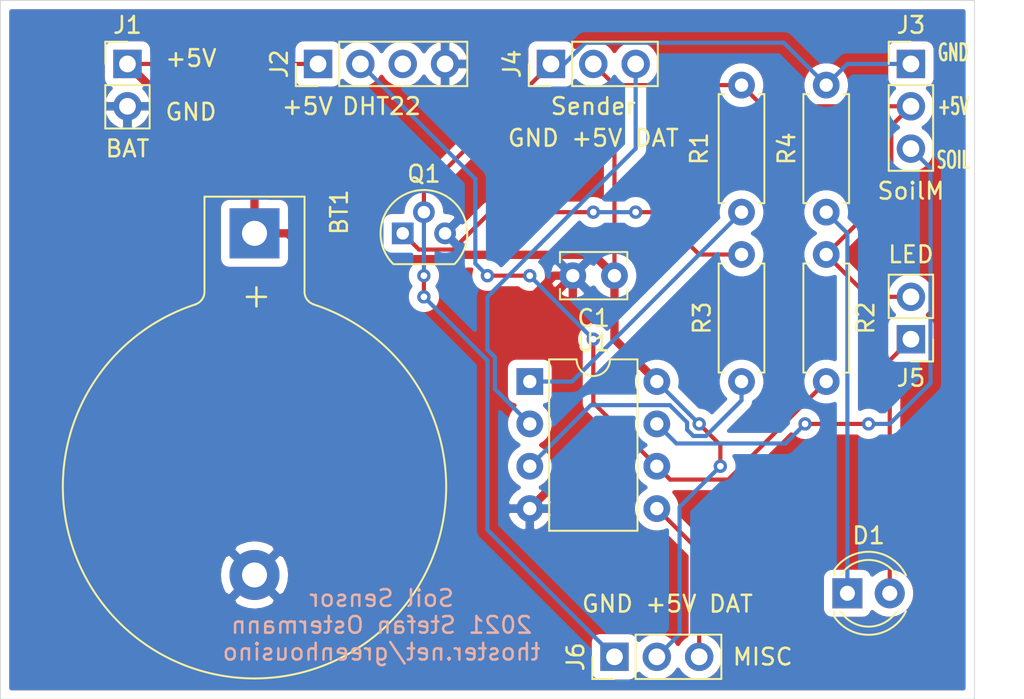
<source format=kicad_pcb>
(kicad_pcb (version 20171130) (host pcbnew 5.1.9+dfsg1-1)

  (general
    (thickness 1.6)
    (drawings 16)
    (tracks 108)
    (zones 0)
    (modules 15)
    (nets 13)
  )

  (page A4)
  (layers
    (0 F.Cu signal)
    (31 B.Cu signal)
    (32 B.Adhes user)
    (33 F.Adhes user)
    (34 B.Paste user)
    (35 F.Paste user)
    (36 B.SilkS user)
    (37 F.SilkS user)
    (38 B.Mask user)
    (39 F.Mask user)
    (40 Dwgs.User user)
    (41 Cmts.User user)
    (42 Eco1.User user)
    (43 Eco2.User user)
    (44 Edge.Cuts user)
    (45 Margin user)
    (46 B.CrtYd user)
    (47 F.CrtYd user)
    (48 B.Fab user)
    (49 F.Fab user)
  )

  (setup
    (last_trace_width 0.25)
    (user_trace_width 0.5)
    (trace_clearance 0.2)
    (zone_clearance 0.508)
    (zone_45_only no)
    (trace_min 0.2)
    (via_size 0.8)
    (via_drill 0.4)
    (via_min_size 0.4)
    (via_min_drill 0.3)
    (uvia_size 0.3)
    (uvia_drill 0.1)
    (uvias_allowed no)
    (uvia_min_size 0.2)
    (uvia_min_drill 0.1)
    (edge_width 0.05)
    (segment_width 0.2)
    (pcb_text_width 0.3)
    (pcb_text_size 1.5 1.5)
    (mod_edge_width 0.12)
    (mod_text_size 1 1)
    (mod_text_width 0.15)
    (pad_size 1.524 1.524)
    (pad_drill 0.762)
    (pad_to_mask_clearance 0)
    (aux_axis_origin 0 0)
    (visible_elements FFFFFF7F)
    (pcbplotparams
      (layerselection 0x010fc_ffffffff)
      (usegerberextensions true)
      (usegerberattributes false)
      (usegerberadvancedattributes false)
      (creategerberjobfile false)
      (excludeedgelayer true)
      (linewidth 0.100000)
      (plotframeref false)
      (viasonmask false)
      (mode 1)
      (useauxorigin false)
      (hpglpennumber 1)
      (hpglpenspeed 20)
      (hpglpendiameter 15.000000)
      (psnegative false)
      (psa4output false)
      (plotreference true)
      (plotvalue false)
      (plotinvisibletext false)
      (padsonsilk false)
      (subtractmaskfromsilk true)
      (outputformat 1)
      (mirror false)
      (drillshape 0)
      (scaleselection 1)
      (outputdirectory "gerber"))
  )

  (net 0 "")
  (net 1 GND)
  (net 2 +5V)
  (net 3 "Net-(D1-Pad2)")
  (net 4 "Net-(D1-Pad1)")
  (net 5 /DHT)
  (net 6 /SOIL)
  (net 7 "Net-(J3-Pad1)")
  (net 8 /DATA)
  (net 9 "Net-(Q1-Pad1)")
  (net 10 "Net-(R1-Pad2)")
  (net 11 /TRANSIS)
  (net 12 /MISC)

  (net_class Default "This is the default net class."
    (clearance 0.2)
    (trace_width 0.25)
    (via_dia 0.8)
    (via_drill 0.4)
    (uvia_dia 0.3)
    (uvia_drill 0.1)
    (add_net +5V)
    (add_net /DATA)
    (add_net /DHT)
    (add_net /MISC)
    (add_net /SOIL)
    (add_net /TRANSIS)
    (add_net GND)
    (add_net "Net-(D1-Pad1)")
    (add_net "Net-(D1-Pad2)")
    (add_net "Net-(J3-Pad1)")
    (add_net "Net-(Q1-Pad1)")
    (add_net "Net-(R1-Pad2)")
  )

  (module Connector_PinHeader_2.54mm:PinHeader_1x03_P2.54mm_Vertical (layer F.Cu) (tedit 59FED5CC) (tstamp 608CAC1C)
    (at 144.78 146.05 90)
    (descr "Through hole straight pin header, 1x03, 2.54mm pitch, single row")
    (tags "Through hole pin header THT 1x03 2.54mm single row")
    (path /609A27EB)
    (fp_text reference J6 (at 0 -2.33 90) (layer F.SilkS)
      (effects (font (size 1 1) (thickness 0.15)))
    )
    (fp_text value Free (at 0 7.41 90) (layer F.Fab)
      (effects (font (size 1 1) (thickness 0.15)))
    )
    (fp_line (start -0.635 -1.27) (end 1.27 -1.27) (layer F.Fab) (width 0.1))
    (fp_line (start 1.27 -1.27) (end 1.27 6.35) (layer F.Fab) (width 0.1))
    (fp_line (start 1.27 6.35) (end -1.27 6.35) (layer F.Fab) (width 0.1))
    (fp_line (start -1.27 6.35) (end -1.27 -0.635) (layer F.Fab) (width 0.1))
    (fp_line (start -1.27 -0.635) (end -0.635 -1.27) (layer F.Fab) (width 0.1))
    (fp_line (start -1.33 6.41) (end 1.33 6.41) (layer F.SilkS) (width 0.12))
    (fp_line (start -1.33 1.27) (end -1.33 6.41) (layer F.SilkS) (width 0.12))
    (fp_line (start 1.33 1.27) (end 1.33 6.41) (layer F.SilkS) (width 0.12))
    (fp_line (start -1.33 1.27) (end 1.33 1.27) (layer F.SilkS) (width 0.12))
    (fp_line (start -1.33 0) (end -1.33 -1.33) (layer F.SilkS) (width 0.12))
    (fp_line (start -1.33 -1.33) (end 0 -1.33) (layer F.SilkS) (width 0.12))
    (fp_line (start -1.8 -1.8) (end -1.8 6.85) (layer F.CrtYd) (width 0.05))
    (fp_line (start -1.8 6.85) (end 1.8 6.85) (layer F.CrtYd) (width 0.05))
    (fp_line (start 1.8 6.85) (end 1.8 -1.8) (layer F.CrtYd) (width 0.05))
    (fp_line (start 1.8 -1.8) (end -1.8 -1.8) (layer F.CrtYd) (width 0.05))
    (fp_text user %R (at 0 2.54) (layer F.Fab)
      (effects (font (size 1 1) (thickness 0.15)))
    )
    (pad 3 thru_hole oval (at 0 5.08 90) (size 1.7 1.7) (drill 1) (layers *.Cu *.Mask)
      (net 12 /MISC))
    (pad 2 thru_hole oval (at 0 2.54 90) (size 1.7 1.7) (drill 1) (layers *.Cu *.Mask)
      (net 2 +5V))
    (pad 1 thru_hole rect (at 0 0 90) (size 1.7 1.7) (drill 1) (layers *.Cu *.Mask)
      (net 7 "Net-(J3-Pad1)"))
    (model ${KISYS3DMOD}/Connector_PinHeader_2.54mm.3dshapes/PinHeader_1x03_P2.54mm_Vertical.wrl
      (at (xyz 0 0 0))
      (scale (xyz 1 1 1))
      (rotate (xyz 0 0 0))
    )
  )

  (module Battery:BatteryHolder_Keystone_103_1x20mm (layer F.Cu) (tedit 5787C32C) (tstamp 608C9BC3)
    (at 123.19 120.65 270)
    (descr http://www.keyelco.com/product-pdf.cfm?p=719)
    (tags "Keystone type 103 battery holder")
    (path /6099105D)
    (fp_text reference BT1 (at -1.27 -5.08 90) (layer F.SilkS)
      (effects (font (size 1 1) (thickness 0.15)))
    )
    (fp_text value Battery_Cell (at 15 13 90) (layer F.Fab)
      (effects (font (size 1 1) (thickness 0.15)))
    )
    (fp_line (start 0 -1.3) (end 0 1.3) (layer F.Fab) (width 0.1))
    (fp_line (start 16.2 -1.3) (end 0 -1.3) (layer F.Fab) (width 0.1))
    (fp_line (start 0 1.3) (end 16.2 1.3) (layer F.Fab) (width 0.1))
    (fp_line (start -2.1 -2.5) (end -2.1 2.5) (layer F.Fab) (width 0.1))
    (fp_line (start -1.7 2.9) (end 3.5306 2.9) (layer F.Fab) (width 0.1))
    (fp_line (start 3.5306 -2.9) (end -1.7 -2.9) (layer F.Fab) (width 0.1))
    (fp_line (start 23.5712 -7.7216) (end 22.6314 -6.858) (layer F.Fab) (width 0.1))
    (fp_line (start 23.5712 7.7216) (end 22.6568 6.8834) (layer F.Fab) (width 0.1))
    (fp_line (start -2.2 3) (end 3.5 3) (layer F.SilkS) (width 0.12))
    (fp_line (start -2.2 3) (end -2.2 -3) (layer F.SilkS) (width 0.12))
    (fp_line (start -2.2 -3) (end 3.5 -3) (layer F.SilkS) (width 0.12))
    (fp_line (start -2.45 3.25) (end -2.45 -3.25) (layer F.CrtYd) (width 0.05))
    (fp_line (start -2.45 3.25) (end 3.5 3.25) (layer F.CrtYd) (width 0.05))
    (fp_line (start -2.45 -3.25) (end 3.5 -3.25) (layer F.CrtYd) (width 0.05))
    (fp_arc (start -1.7 -2.5) (end -2.1 -2.5) (angle 90) (layer F.Fab) (width 0.1))
    (fp_arc (start -1.7 2.5) (end -2.1 2.5) (angle -90) (layer F.Fab) (width 0.1))
    (fp_arc (start 16.2 0) (end 16.2 -1.3) (angle 180) (layer F.Fab) (width 0.1))
    (fp_arc (start 3.5 -3.8) (end 3.5 -2.9) (angle -70) (layer F.Fab) (width 0.1))
    (fp_arc (start 15.2 0) (end 5.2 -1.3) (angle 180) (layer F.Fab) (width 0.1))
    (fp_arc (start 15.2 0) (end 9 -1.3) (angle 170) (layer F.Fab) (width 0.1))
    (fp_arc (start 15.2 0) (end 13.3 -1.3) (angle 150) (layer F.Fab) (width 0.1))
    (fp_arc (start 15.2 0) (end 13.3 1.3) (angle -150) (layer F.Fab) (width 0.1))
    (fp_arc (start 15.2 0) (end 9 1.3) (angle -170) (layer F.Fab) (width 0.1))
    (fp_arc (start 15.2 0) (end 5.2 1.3) (angle -180) (layer F.Fab) (width 0.1))
    (fp_arc (start 15.2 0) (end 4.35 -3.5) (angle 162.5) (layer F.Fab) (width 0.1))
    (fp_arc (start 15.2 0) (end 4.35 3.5) (angle -162.5) (layer F.Fab) (width 0.1))
    (fp_arc (start 3.5 3.8) (end 3.5 2.9) (angle 70) (layer F.Fab) (width 0.1))
    (fp_arc (start 3.5 -3.8) (end 3.5 -3) (angle -70) (layer F.SilkS) (width 0.12))
    (fp_arc (start 15.2 0) (end 4.25 -3.5) (angle 162.5) (layer F.SilkS) (width 0.12))
    (fp_arc (start 3.5 3.8) (end 3.5 3) (angle 70) (layer F.SilkS) (width 0.12))
    (fp_arc (start 15.2 0) (end 4.25 3.5) (angle -162.5) (layer F.SilkS) (width 0.12))
    (fp_arc (start 3.5 -3.8) (end 3.5 -3.25) (angle -70) (layer F.CrtYd) (width 0.05))
    (fp_arc (start 3.5 3.8) (end 3.5 3.25) (angle 70) (layer F.CrtYd) (width 0.05))
    (fp_arc (start 15.2 0) (end 4.01 -3.6) (angle 162.5) (layer F.CrtYd) (width 0.05))
    (fp_arc (start 15.2 0) (end 4.01 3.6) (angle -162.5) (layer F.CrtYd) (width 0.05))
    (fp_text user %R (at 0 0 90) (layer F.Fab)
      (effects (font (size 1 1) (thickness 0.15)))
    )
    (fp_text user + (at 3.81 0 90) (layer F.SilkS)
      (effects (font (size 1.5 1.5) (thickness 0.15)))
    )
    (pad 1 thru_hole rect (at 0 0 270) (size 3 3) (drill 1.5) (layers *.Cu *.Mask)
      (net 2 +5V))
    (pad 2 thru_hole circle (at 20.49 0 270) (size 3 3) (drill 1.5) (layers *.Cu *.Mask)
      (net 1 GND))
    (model ${KISYS3DMOD}/Battery.3dshapes/BatteryHolder_Keystone_103_1x20mm.wrl
      (at (xyz 0 0 0))
      (scale (xyz 1 1 1))
      (rotate (xyz 0 0 0))
    )
  )

  (module Capacitor_THT:C_Disc_D3.8mm_W2.6mm_P2.50mm (layer F.Cu) (tedit 5AE50EF0) (tstamp 608C884B)
    (at 144.78 123.19 180)
    (descr "C, Disc series, Radial, pin pitch=2.50mm, , diameter*width=3.8*2.6mm^2, Capacitor, http://www.vishay.com/docs/45233/krseries.pdf")
    (tags "C Disc series Radial pin pitch 2.50mm  diameter 3.8mm width 2.6mm Capacitor")
    (path /608E8052)
    (fp_text reference C1 (at 1.25 -2.55) (layer F.SilkS)
      (effects (font (size 1 1) (thickness 0.15)))
    )
    (fp_text value 100nF (at 1.25 2.55) (layer F.Fab)
      (effects (font (size 1 1) (thickness 0.15)))
    )
    (fp_line (start -0.65 -1.3) (end -0.65 1.3) (layer F.Fab) (width 0.1))
    (fp_line (start -0.65 1.3) (end 3.15 1.3) (layer F.Fab) (width 0.1))
    (fp_line (start 3.15 1.3) (end 3.15 -1.3) (layer F.Fab) (width 0.1))
    (fp_line (start 3.15 -1.3) (end -0.65 -1.3) (layer F.Fab) (width 0.1))
    (fp_line (start -0.77 -1.42) (end 3.27 -1.42) (layer F.SilkS) (width 0.12))
    (fp_line (start -0.77 1.42) (end 3.27 1.42) (layer F.SilkS) (width 0.12))
    (fp_line (start -0.77 -1.42) (end -0.77 -0.795) (layer F.SilkS) (width 0.12))
    (fp_line (start -0.77 0.795) (end -0.77 1.42) (layer F.SilkS) (width 0.12))
    (fp_line (start 3.27 -1.42) (end 3.27 -0.795) (layer F.SilkS) (width 0.12))
    (fp_line (start 3.27 0.795) (end 3.27 1.42) (layer F.SilkS) (width 0.12))
    (fp_line (start -1.05 -1.55) (end -1.05 1.55) (layer F.CrtYd) (width 0.05))
    (fp_line (start -1.05 1.55) (end 3.55 1.55) (layer F.CrtYd) (width 0.05))
    (fp_line (start 3.55 1.55) (end 3.55 -1.55) (layer F.CrtYd) (width 0.05))
    (fp_line (start 3.55 -1.55) (end -1.05 -1.55) (layer F.CrtYd) (width 0.05))
    (fp_text user %R (at 1.25 0) (layer F.Fab)
      (effects (font (size 0.76 0.76) (thickness 0.114)))
    )
    (pad 2 thru_hole circle (at 2.5 0 180) (size 1.6 1.6) (drill 0.8) (layers *.Cu *.Mask)
      (net 1 GND))
    (pad 1 thru_hole circle (at 0 0 180) (size 1.6 1.6) (drill 0.8) (layers *.Cu *.Mask)
      (net 2 +5V))
    (model ${KISYS3DMOD}/Capacitor_THT.3dshapes/C_Disc_D3.8mm_W2.6mm_P2.50mm.wrl
      (at (xyz 0 0 0))
      (scale (xyz 1 1 1))
      (rotate (xyz 0 0 0))
    )
  )

  (module Connector_PinHeader_2.54mm:PinHeader_1x02_P2.54mm_Vertical (layer F.Cu) (tedit 59FED5CC) (tstamp 608C8874)
    (at 115.57 110.49)
    (descr "Through hole straight pin header, 1x02, 2.54mm pitch, single row")
    (tags "Through hole pin header THT 1x02 2.54mm single row")
    (path /608C56BA)
    (fp_text reference J1 (at 0 -2.33) (layer F.SilkS)
      (effects (font (size 1 1) (thickness 0.15)))
    )
    (fp_text value Bat (at 0 4.87) (layer F.Fab)
      (effects (font (size 1 1) (thickness 0.15)))
    )
    (fp_line (start -0.635 -1.27) (end 1.27 -1.27) (layer F.Fab) (width 0.1))
    (fp_line (start 1.27 -1.27) (end 1.27 3.81) (layer F.Fab) (width 0.1))
    (fp_line (start 1.27 3.81) (end -1.27 3.81) (layer F.Fab) (width 0.1))
    (fp_line (start -1.27 3.81) (end -1.27 -0.635) (layer F.Fab) (width 0.1))
    (fp_line (start -1.27 -0.635) (end -0.635 -1.27) (layer F.Fab) (width 0.1))
    (fp_line (start -1.33 3.87) (end 1.33 3.87) (layer F.SilkS) (width 0.12))
    (fp_line (start -1.33 1.27) (end -1.33 3.87) (layer F.SilkS) (width 0.12))
    (fp_line (start 1.33 1.27) (end 1.33 3.87) (layer F.SilkS) (width 0.12))
    (fp_line (start -1.33 1.27) (end 1.33 1.27) (layer F.SilkS) (width 0.12))
    (fp_line (start -1.33 0) (end -1.33 -1.33) (layer F.SilkS) (width 0.12))
    (fp_line (start -1.33 -1.33) (end 0 -1.33) (layer F.SilkS) (width 0.12))
    (fp_line (start -1.8 -1.8) (end -1.8 4.35) (layer F.CrtYd) (width 0.05))
    (fp_line (start -1.8 4.35) (end 1.8 4.35) (layer F.CrtYd) (width 0.05))
    (fp_line (start 1.8 4.35) (end 1.8 -1.8) (layer F.CrtYd) (width 0.05))
    (fp_line (start 1.8 -1.8) (end -1.8 -1.8) (layer F.CrtYd) (width 0.05))
    (fp_text user %R (at 0 1.27 90) (layer F.Fab)
      (effects (font (size 1 1) (thickness 0.15)))
    )
    (pad 2 thru_hole oval (at 0 2.54) (size 1.7 1.7) (drill 1) (layers *.Cu *.Mask)
      (net 1 GND))
    (pad 1 thru_hole rect (at 0 0) (size 1.7 1.7) (drill 1) (layers *.Cu *.Mask)
      (net 2 +5V))
    (model ${KISYS3DMOD}/Connector_PinHeader_2.54mm.3dshapes/PinHeader_1x02_P2.54mm_Vertical.wrl
      (at (xyz 0 0 0))
      (scale (xyz 1 1 1))
      (rotate (xyz 0 0 0))
    )
  )

  (module Package_DIP:DIP-8_W7.62mm (layer F.Cu) (tedit 5A02E8C5) (tstamp 608C895A)
    (at 139.7 129.54)
    (descr "8-lead though-hole mounted DIP package, row spacing 7.62 mm (300 mils)")
    (tags "THT DIP DIL PDIP 2.54mm 7.62mm 300mil")
    (path /608C416C)
    (fp_text reference U1 (at 3.81 -2.33) (layer F.SilkS)
      (effects (font (size 1 1) (thickness 0.15)))
    )
    (fp_text value ATtiny85-20PU (at 3.81 9.95) (layer F.Fab)
      (effects (font (size 1 1) (thickness 0.15)))
    )
    (fp_line (start 1.635 -1.27) (end 6.985 -1.27) (layer F.Fab) (width 0.1))
    (fp_line (start 6.985 -1.27) (end 6.985 8.89) (layer F.Fab) (width 0.1))
    (fp_line (start 6.985 8.89) (end 0.635 8.89) (layer F.Fab) (width 0.1))
    (fp_line (start 0.635 8.89) (end 0.635 -0.27) (layer F.Fab) (width 0.1))
    (fp_line (start 0.635 -0.27) (end 1.635 -1.27) (layer F.Fab) (width 0.1))
    (fp_line (start 2.81 -1.33) (end 1.16 -1.33) (layer F.SilkS) (width 0.12))
    (fp_line (start 1.16 -1.33) (end 1.16 8.95) (layer F.SilkS) (width 0.12))
    (fp_line (start 1.16 8.95) (end 6.46 8.95) (layer F.SilkS) (width 0.12))
    (fp_line (start 6.46 8.95) (end 6.46 -1.33) (layer F.SilkS) (width 0.12))
    (fp_line (start 6.46 -1.33) (end 4.81 -1.33) (layer F.SilkS) (width 0.12))
    (fp_line (start -1.1 -1.55) (end -1.1 9.15) (layer F.CrtYd) (width 0.05))
    (fp_line (start -1.1 9.15) (end 8.7 9.15) (layer F.CrtYd) (width 0.05))
    (fp_line (start 8.7 9.15) (end 8.7 -1.55) (layer F.CrtYd) (width 0.05))
    (fp_line (start 8.7 -1.55) (end -1.1 -1.55) (layer F.CrtYd) (width 0.05))
    (fp_text user %R (at 3.81 3.81) (layer F.Fab)
      (effects (font (size 1 1) (thickness 0.15)))
    )
    (fp_arc (start 3.81 -1.33) (end 2.81 -1.33) (angle -180) (layer F.SilkS) (width 0.12))
    (pad 8 thru_hole oval (at 7.62 0) (size 1.6 1.6) (drill 0.8) (layers *.Cu *.Mask)
      (net 2 +5V))
    (pad 4 thru_hole oval (at 0 7.62) (size 1.6 1.6) (drill 0.8) (layers *.Cu *.Mask)
      (net 1 GND))
    (pad 7 thru_hole oval (at 7.62 2.54) (size 1.6 1.6) (drill 0.8) (layers *.Cu *.Mask)
      (net 6 /SOIL))
    (pad 3 thru_hole oval (at 0 5.08) (size 1.6 1.6) (drill 0.8) (layers *.Cu *.Mask)
      (net 11 /TRANSIS))
    (pad 6 thru_hole oval (at 7.62 5.08) (size 1.6 1.6) (drill 0.8) (layers *.Cu *.Mask)
      (net 5 /DHT))
    (pad 2 thru_hole oval (at 0 2.54) (size 1.6 1.6) (drill 0.8) (layers *.Cu *.Mask)
      (net 8 /DATA))
    (pad 5 thru_hole oval (at 7.62 7.62) (size 1.6 1.6) (drill 0.8) (layers *.Cu *.Mask)
      (net 12 /MISC))
    (pad 1 thru_hole rect (at 0 0) (size 1.6 1.6) (drill 0.8) (layers *.Cu *.Mask)
      (net 10 "Net-(R1-Pad2)"))
    (model ${KISYS3DMOD}/Package_DIP.3dshapes/DIP-8_W7.62mm.wrl
      (at (xyz 0 0 0))
      (scale (xyz 1 1 1))
      (rotate (xyz 0 0 0))
    )
  )

  (module Resistor_THT:R_Axial_DIN0207_L6.3mm_D2.5mm_P7.62mm_Horizontal (layer F.Cu) (tedit 5AE5139B) (tstamp 608C893E)
    (at 157.48 119.38 90)
    (descr "Resistor, Axial_DIN0207 series, Axial, Horizontal, pin pitch=7.62mm, 0.25W = 1/4W, length*diameter=6.3*2.5mm^2, http://cdn-reichelt.de/documents/datenblatt/B400/1_4W%23YAG.pdf")
    (tags "Resistor Axial_DIN0207 series Axial Horizontal pin pitch 7.62mm 0.25W = 1/4W length 6.3mm diameter 2.5mm")
    (path /608F0FB4)
    (fp_text reference R4 (at 3.81 -2.37 90) (layer F.SilkS)
      (effects (font (size 1 1) (thickness 0.15)))
    )
    (fp_text value 5k (at 3.81 2.37 90) (layer F.Fab)
      (effects (font (size 1 1) (thickness 0.15)))
    )
    (fp_line (start 0.66 -1.25) (end 0.66 1.25) (layer F.Fab) (width 0.1))
    (fp_line (start 0.66 1.25) (end 6.96 1.25) (layer F.Fab) (width 0.1))
    (fp_line (start 6.96 1.25) (end 6.96 -1.25) (layer F.Fab) (width 0.1))
    (fp_line (start 6.96 -1.25) (end 0.66 -1.25) (layer F.Fab) (width 0.1))
    (fp_line (start 0 0) (end 0.66 0) (layer F.Fab) (width 0.1))
    (fp_line (start 7.62 0) (end 6.96 0) (layer F.Fab) (width 0.1))
    (fp_line (start 0.54 -1.04) (end 0.54 -1.37) (layer F.SilkS) (width 0.12))
    (fp_line (start 0.54 -1.37) (end 7.08 -1.37) (layer F.SilkS) (width 0.12))
    (fp_line (start 7.08 -1.37) (end 7.08 -1.04) (layer F.SilkS) (width 0.12))
    (fp_line (start 0.54 1.04) (end 0.54 1.37) (layer F.SilkS) (width 0.12))
    (fp_line (start 0.54 1.37) (end 7.08 1.37) (layer F.SilkS) (width 0.12))
    (fp_line (start 7.08 1.37) (end 7.08 1.04) (layer F.SilkS) (width 0.12))
    (fp_line (start -1.05 -1.5) (end -1.05 1.5) (layer F.CrtYd) (width 0.05))
    (fp_line (start -1.05 1.5) (end 8.67 1.5) (layer F.CrtYd) (width 0.05))
    (fp_line (start 8.67 1.5) (end 8.67 -1.5) (layer F.CrtYd) (width 0.05))
    (fp_line (start 8.67 -1.5) (end -1.05 -1.5) (layer F.CrtYd) (width 0.05))
    (fp_text user %R (at 3.81 0 90) (layer F.Fab)
      (effects (font (size 1 1) (thickness 0.15)))
    )
    (pad 2 thru_hole oval (at 7.62 0 90) (size 1.6 1.6) (drill 0.8) (layers *.Cu *.Mask)
      (net 7 "Net-(J3-Pad1)"))
    (pad 1 thru_hole circle (at 0 0 90) (size 1.6 1.6) (drill 0.8) (layers *.Cu *.Mask)
      (net 4 "Net-(D1-Pad1)"))
    (model ${KISYS3DMOD}/Resistor_THT.3dshapes/R_Axial_DIN0207_L6.3mm_D2.5mm_P7.62mm_Horizontal.wrl
      (at (xyz 0 0 0))
      (scale (xyz 1 1 1))
      (rotate (xyz 0 0 0))
    )
  )

  (module Resistor_THT:R_Axial_DIN0207_L6.3mm_D2.5mm_P7.62mm_Horizontal (layer F.Cu) (tedit 5AE5139B) (tstamp 608C8927)
    (at 152.4 129.54 90)
    (descr "Resistor, Axial_DIN0207 series, Axial, Horizontal, pin pitch=7.62mm, 0.25W = 1/4W, length*diameter=6.3*2.5mm^2, http://cdn-reichelt.de/documents/datenblatt/B400/1_4W%23YAG.pdf")
    (tags "Resistor Axial_DIN0207 series Axial Horizontal pin pitch 7.62mm 0.25W = 1/4W length 6.3mm diameter 2.5mm")
    (path /608DB798)
    (fp_text reference R3 (at 3.81 -2.37 90) (layer F.SilkS)
      (effects (font (size 1 1) (thickness 0.15)))
    )
    (fp_text value 10k (at 3.81 2.37 90) (layer F.Fab)
      (effects (font (size 1 1) (thickness 0.15)))
    )
    (fp_line (start 0.66 -1.25) (end 0.66 1.25) (layer F.Fab) (width 0.1))
    (fp_line (start 0.66 1.25) (end 6.96 1.25) (layer F.Fab) (width 0.1))
    (fp_line (start 6.96 1.25) (end 6.96 -1.25) (layer F.Fab) (width 0.1))
    (fp_line (start 6.96 -1.25) (end 0.66 -1.25) (layer F.Fab) (width 0.1))
    (fp_line (start 0 0) (end 0.66 0) (layer F.Fab) (width 0.1))
    (fp_line (start 7.62 0) (end 6.96 0) (layer F.Fab) (width 0.1))
    (fp_line (start 0.54 -1.04) (end 0.54 -1.37) (layer F.SilkS) (width 0.12))
    (fp_line (start 0.54 -1.37) (end 7.08 -1.37) (layer F.SilkS) (width 0.12))
    (fp_line (start 7.08 -1.37) (end 7.08 -1.04) (layer F.SilkS) (width 0.12))
    (fp_line (start 0.54 1.04) (end 0.54 1.37) (layer F.SilkS) (width 0.12))
    (fp_line (start 0.54 1.37) (end 7.08 1.37) (layer F.SilkS) (width 0.12))
    (fp_line (start 7.08 1.37) (end 7.08 1.04) (layer F.SilkS) (width 0.12))
    (fp_line (start -1.05 -1.5) (end -1.05 1.5) (layer F.CrtYd) (width 0.05))
    (fp_line (start -1.05 1.5) (end 8.67 1.5) (layer F.CrtYd) (width 0.05))
    (fp_line (start 8.67 1.5) (end 8.67 -1.5) (layer F.CrtYd) (width 0.05))
    (fp_line (start 8.67 -1.5) (end -1.05 -1.5) (layer F.CrtYd) (width 0.05))
    (fp_text user %R (at 3.81 0 90) (layer F.Fab)
      (effects (font (size 1 1) (thickness 0.15)))
    )
    (pad 2 thru_hole oval (at 7.62 0 90) (size 1.6 1.6) (drill 0.8) (layers *.Cu *.Mask)
      (net 9 "Net-(Q1-Pad1)"))
    (pad 1 thru_hole circle (at 0 0 90) (size 1.6 1.6) (drill 0.8) (layers *.Cu *.Mask)
      (net 11 /TRANSIS))
    (model ${KISYS3DMOD}/Resistor_THT.3dshapes/R_Axial_DIN0207_L6.3mm_D2.5mm_P7.62mm_Horizontal.wrl
      (at (xyz 0 0 0))
      (scale (xyz 1 1 1))
      (rotate (xyz 0 0 0))
    )
  )

  (module Resistor_THT:R_Axial_DIN0207_L6.3mm_D2.5mm_P7.62mm_Horizontal (layer F.Cu) (tedit 5AE5139B) (tstamp 608C8910)
    (at 157.48 121.92 270)
    (descr "Resistor, Axial_DIN0207 series, Axial, Horizontal, pin pitch=7.62mm, 0.25W = 1/4W, length*diameter=6.3*2.5mm^2, http://cdn-reichelt.de/documents/datenblatt/B400/1_4W%23YAG.pdf")
    (tags "Resistor Axial_DIN0207 series Axial Horizontal pin pitch 7.62mm 0.25W = 1/4W length 6.3mm diameter 2.5mm")
    (path /608CD1AF)
    (fp_text reference R2 (at 3.81 -2.37 90) (layer F.SilkS)
      (effects (font (size 1 1) (thickness 0.15)))
    )
    (fp_text value 5k (at 3.81 2.37 90) (layer F.Fab)
      (effects (font (size 1 1) (thickness 0.15)))
    )
    (fp_line (start 0.66 -1.25) (end 0.66 1.25) (layer F.Fab) (width 0.1))
    (fp_line (start 0.66 1.25) (end 6.96 1.25) (layer F.Fab) (width 0.1))
    (fp_line (start 6.96 1.25) (end 6.96 -1.25) (layer F.Fab) (width 0.1))
    (fp_line (start 6.96 -1.25) (end 0.66 -1.25) (layer F.Fab) (width 0.1))
    (fp_line (start 0 0) (end 0.66 0) (layer F.Fab) (width 0.1))
    (fp_line (start 7.62 0) (end 6.96 0) (layer F.Fab) (width 0.1))
    (fp_line (start 0.54 -1.04) (end 0.54 -1.37) (layer F.SilkS) (width 0.12))
    (fp_line (start 0.54 -1.37) (end 7.08 -1.37) (layer F.SilkS) (width 0.12))
    (fp_line (start 7.08 -1.37) (end 7.08 -1.04) (layer F.SilkS) (width 0.12))
    (fp_line (start 0.54 1.04) (end 0.54 1.37) (layer F.SilkS) (width 0.12))
    (fp_line (start 0.54 1.37) (end 7.08 1.37) (layer F.SilkS) (width 0.12))
    (fp_line (start 7.08 1.37) (end 7.08 1.04) (layer F.SilkS) (width 0.12))
    (fp_line (start -1.05 -1.5) (end -1.05 1.5) (layer F.CrtYd) (width 0.05))
    (fp_line (start -1.05 1.5) (end 8.67 1.5) (layer F.CrtYd) (width 0.05))
    (fp_line (start 8.67 1.5) (end 8.67 -1.5) (layer F.CrtYd) (width 0.05))
    (fp_line (start 8.67 -1.5) (end -1.05 -1.5) (layer F.CrtYd) (width 0.05))
    (fp_text user %R (at 3.81 0 90) (layer F.Fab)
      (effects (font (size 1 1) (thickness 0.15)))
    )
    (pad 2 thru_hole oval (at 7.62 0 270) (size 1.6 1.6) (drill 0.8) (layers *.Cu *.Mask)
      (net 5 /DHT))
    (pad 1 thru_hole circle (at 0 0 270) (size 1.6 1.6) (drill 0.8) (layers *.Cu *.Mask)
      (net 2 +5V))
    (model ${KISYS3DMOD}/Resistor_THT.3dshapes/R_Axial_DIN0207_L6.3mm_D2.5mm_P7.62mm_Horizontal.wrl
      (at (xyz 0 0 0))
      (scale (xyz 1 1 1))
      (rotate (xyz 0 0 0))
    )
  )

  (module Resistor_THT:R_Axial_DIN0207_L6.3mm_D2.5mm_P7.62mm_Horizontal (layer F.Cu) (tedit 5AE5139B) (tstamp 608C88F9)
    (at 152.4 111.76 270)
    (descr "Resistor, Axial_DIN0207 series, Axial, Horizontal, pin pitch=7.62mm, 0.25W = 1/4W, length*diameter=6.3*2.5mm^2, http://cdn-reichelt.de/documents/datenblatt/B400/1_4W%23YAG.pdf")
    (tags "Resistor Axial_DIN0207 series Axial Horizontal pin pitch 7.62mm 0.25W = 1/4W length 6.3mm diameter 2.5mm")
    (path /6090598C)
    (fp_text reference R1 (at 3.81 2.54 90) (layer F.SilkS)
      (effects (font (size 1 1) (thickness 0.15)))
    )
    (fp_text value 10k (at 3.81 2.37 90) (layer F.Fab)
      (effects (font (size 1 1) (thickness 0.15)))
    )
    (fp_line (start 0.66 -1.25) (end 0.66 1.25) (layer F.Fab) (width 0.1))
    (fp_line (start 0.66 1.25) (end 6.96 1.25) (layer F.Fab) (width 0.1))
    (fp_line (start 6.96 1.25) (end 6.96 -1.25) (layer F.Fab) (width 0.1))
    (fp_line (start 6.96 -1.25) (end 0.66 -1.25) (layer F.Fab) (width 0.1))
    (fp_line (start 0 0) (end 0.66 0) (layer F.Fab) (width 0.1))
    (fp_line (start 7.62 0) (end 6.96 0) (layer F.Fab) (width 0.1))
    (fp_line (start 0.54 -1.04) (end 0.54 -1.37) (layer F.SilkS) (width 0.12))
    (fp_line (start 0.54 -1.37) (end 7.08 -1.37) (layer F.SilkS) (width 0.12))
    (fp_line (start 7.08 -1.37) (end 7.08 -1.04) (layer F.SilkS) (width 0.12))
    (fp_line (start 0.54 1.04) (end 0.54 1.37) (layer F.SilkS) (width 0.12))
    (fp_line (start 0.54 1.37) (end 7.08 1.37) (layer F.SilkS) (width 0.12))
    (fp_line (start 7.08 1.37) (end 7.08 1.04) (layer F.SilkS) (width 0.12))
    (fp_line (start -1.05 -1.5) (end -1.05 1.5) (layer F.CrtYd) (width 0.05))
    (fp_line (start -1.05 1.5) (end 8.67 1.5) (layer F.CrtYd) (width 0.05))
    (fp_line (start 8.67 1.5) (end 8.67 -1.5) (layer F.CrtYd) (width 0.05))
    (fp_line (start 8.67 -1.5) (end -1.05 -1.5) (layer F.CrtYd) (width 0.05))
    (fp_text user %R (at 3.81 0 90) (layer F.Fab)
      (effects (font (size 1 1) (thickness 0.15)))
    )
    (pad 2 thru_hole oval (at 7.62 0 270) (size 1.6 1.6) (drill 0.8) (layers *.Cu *.Mask)
      (net 10 "Net-(R1-Pad2)"))
    (pad 1 thru_hole circle (at 0 0 270) (size 1.6 1.6) (drill 0.8) (layers *.Cu *.Mask)
      (net 2 +5V))
    (model ${KISYS3DMOD}/Resistor_THT.3dshapes/R_Axial_DIN0207_L6.3mm_D2.5mm_P7.62mm_Horizontal.wrl
      (at (xyz 0 0 0))
      (scale (xyz 1 1 1))
      (rotate (xyz 0 0 0))
    )
  )

  (module Package_TO_SOT_THT:TO-92 (layer F.Cu) (tedit 5A279852) (tstamp 608C88E2)
    (at 132.08 120.65)
    (descr "TO-92 leads molded, narrow, drill 0.75mm (see NXP sot054_po.pdf)")
    (tags "to-92 sc-43 sc-43a sot54 PA33 transistor")
    (path /608D4C96)
    (fp_text reference Q1 (at 1.27 -3.56) (layer F.SilkS)
      (effects (font (size 1 1) (thickness 0.15)))
    )
    (fp_text value Q_NPN_BCE (at 1.27 2.79) (layer F.Fab)
      (effects (font (size 1 1) (thickness 0.15)))
    )
    (fp_line (start -0.53 1.85) (end 3.07 1.85) (layer F.SilkS) (width 0.12))
    (fp_line (start -0.5 1.75) (end 3 1.75) (layer F.Fab) (width 0.1))
    (fp_line (start -1.46 -2.73) (end 4 -2.73) (layer F.CrtYd) (width 0.05))
    (fp_line (start -1.46 -2.73) (end -1.46 2.01) (layer F.CrtYd) (width 0.05))
    (fp_line (start 4 2.01) (end 4 -2.73) (layer F.CrtYd) (width 0.05))
    (fp_line (start 4 2.01) (end -1.46 2.01) (layer F.CrtYd) (width 0.05))
    (fp_arc (start 1.27 0) (end 1.27 -2.6) (angle 135) (layer F.SilkS) (width 0.12))
    (fp_arc (start 1.27 0) (end 1.27 -2.48) (angle -135) (layer F.Fab) (width 0.1))
    (fp_arc (start 1.27 0) (end 1.27 -2.6) (angle -135) (layer F.SilkS) (width 0.12))
    (fp_arc (start 1.27 0) (end 1.27 -2.48) (angle 135) (layer F.Fab) (width 0.1))
    (fp_text user %R (at 1.27 0) (layer F.Fab)
      (effects (font (size 1 1) (thickness 0.15)))
    )
    (pad 1 thru_hole rect (at 0 0) (size 1.3 1.3) (drill 0.75) (layers *.Cu *.Mask)
      (net 9 "Net-(Q1-Pad1)"))
    (pad 3 thru_hole circle (at 2.54 0) (size 1.3 1.3) (drill 0.75) (layers *.Cu *.Mask)
      (net 1 GND))
    (pad 2 thru_hole circle (at 1.27 -1.27) (size 1.3 1.3) (drill 0.75) (layers *.Cu *.Mask)
      (net 7 "Net-(J3-Pad1)"))
    (model ${KISYS3DMOD}/Package_TO_SOT_THT.3dshapes/TO-92.wrl
      (at (xyz 0 0 0))
      (scale (xyz 1 1 1))
      (rotate (xyz 0 0 0))
    )
  )

  (module Connector_PinHeader_2.54mm:PinHeader_1x02_P2.54mm_Vertical (layer F.Cu) (tedit 59FED5CC) (tstamp 608C88D0)
    (at 162.56 127 180)
    (descr "Through hole straight pin header, 1x02, 2.54mm pitch, single row")
    (tags "Through hole pin header THT 1x02 2.54mm single row")
    (path /609845E9)
    (fp_text reference J5 (at 0 -2.33) (layer F.SilkS)
      (effects (font (size 1 1) (thickness 0.15)))
    )
    (fp_text value LED (at 0 4.87) (layer F.Fab)
      (effects (font (size 1 1) (thickness 0.15)))
    )
    (fp_line (start -0.635 -1.27) (end 1.27 -1.27) (layer F.Fab) (width 0.1))
    (fp_line (start 1.27 -1.27) (end 1.27 3.81) (layer F.Fab) (width 0.1))
    (fp_line (start 1.27 3.81) (end -1.27 3.81) (layer F.Fab) (width 0.1))
    (fp_line (start -1.27 3.81) (end -1.27 -0.635) (layer F.Fab) (width 0.1))
    (fp_line (start -1.27 -0.635) (end -0.635 -1.27) (layer F.Fab) (width 0.1))
    (fp_line (start -1.33 3.87) (end 1.33 3.87) (layer F.SilkS) (width 0.12))
    (fp_line (start -1.33 1.27) (end -1.33 3.87) (layer F.SilkS) (width 0.12))
    (fp_line (start 1.33 1.27) (end 1.33 3.87) (layer F.SilkS) (width 0.12))
    (fp_line (start -1.33 1.27) (end 1.33 1.27) (layer F.SilkS) (width 0.12))
    (fp_line (start -1.33 0) (end -1.33 -1.33) (layer F.SilkS) (width 0.12))
    (fp_line (start -1.33 -1.33) (end 0 -1.33) (layer F.SilkS) (width 0.12))
    (fp_line (start -1.8 -1.8) (end -1.8 4.35) (layer F.CrtYd) (width 0.05))
    (fp_line (start -1.8 4.35) (end 1.8 4.35) (layer F.CrtYd) (width 0.05))
    (fp_line (start 1.8 4.35) (end 1.8 -1.8) (layer F.CrtYd) (width 0.05))
    (fp_line (start 1.8 -1.8) (end -1.8 -1.8) (layer F.CrtYd) (width 0.05))
    (fp_text user %R (at 0 1.27 90) (layer F.Fab)
      (effects (font (size 1 1) (thickness 0.15)))
    )
    (pad 2 thru_hole oval (at 0 2.54 180) (size 1.7 1.7) (drill 1) (layers *.Cu *.Mask)
      (net 2 +5V))
    (pad 1 thru_hole rect (at 0 0 180) (size 1.7 1.7) (drill 1) (layers *.Cu *.Mask)
      (net 3 "Net-(D1-Pad2)"))
    (model ${KISYS3DMOD}/Connector_PinHeader_2.54mm.3dshapes/PinHeader_1x02_P2.54mm_Vertical.wrl
      (at (xyz 0 0 0))
      (scale (xyz 1 1 1))
      (rotate (xyz 0 0 0))
    )
  )

  (module Connector_PinHeader_2.54mm:PinHeader_1x03_P2.54mm_Vertical (layer F.Cu) (tedit 59FED5CC) (tstamp 608C88BA)
    (at 140.97 110.49 90)
    (descr "Through hole straight pin header, 1x03, 2.54mm pitch, single row")
    (tags "Through hole pin header THT 1x03 2.54mm single row")
    (path /60901849)
    (fp_text reference J4 (at 0 -2.33 90) (layer F.SilkS)
      (effects (font (size 1 1) (thickness 0.15)))
    )
    (fp_text value Sender (at 0 7.41 90) (layer F.Fab)
      (effects (font (size 1 1) (thickness 0.15)))
    )
    (fp_line (start -0.635 -1.27) (end 1.27 -1.27) (layer F.Fab) (width 0.1))
    (fp_line (start 1.27 -1.27) (end 1.27 6.35) (layer F.Fab) (width 0.1))
    (fp_line (start 1.27 6.35) (end -1.27 6.35) (layer F.Fab) (width 0.1))
    (fp_line (start -1.27 6.35) (end -1.27 -0.635) (layer F.Fab) (width 0.1))
    (fp_line (start -1.27 -0.635) (end -0.635 -1.27) (layer F.Fab) (width 0.1))
    (fp_line (start -1.33 6.41) (end 1.33 6.41) (layer F.SilkS) (width 0.12))
    (fp_line (start -1.33 1.27) (end -1.33 6.41) (layer F.SilkS) (width 0.12))
    (fp_line (start 1.33 1.27) (end 1.33 6.41) (layer F.SilkS) (width 0.12))
    (fp_line (start -1.33 1.27) (end 1.33 1.27) (layer F.SilkS) (width 0.12))
    (fp_line (start -1.33 0) (end -1.33 -1.33) (layer F.SilkS) (width 0.12))
    (fp_line (start -1.33 -1.33) (end 0 -1.33) (layer F.SilkS) (width 0.12))
    (fp_line (start -1.8 -1.8) (end -1.8 6.85) (layer F.CrtYd) (width 0.05))
    (fp_line (start -1.8 6.85) (end 1.8 6.85) (layer F.CrtYd) (width 0.05))
    (fp_line (start 1.8 6.85) (end 1.8 -1.8) (layer F.CrtYd) (width 0.05))
    (fp_line (start 1.8 -1.8) (end -1.8 -1.8) (layer F.CrtYd) (width 0.05))
    (fp_text user %R (at 0 2.54) (layer F.Fab)
      (effects (font (size 1 1) (thickness 0.15)))
    )
    (pad 3 thru_hole oval (at 0 5.08 90) (size 1.7 1.7) (drill 1) (layers *.Cu *.Mask)
      (net 8 /DATA))
    (pad 2 thru_hole oval (at 0 2.54 90) (size 1.7 1.7) (drill 1) (layers *.Cu *.Mask)
      (net 2 +5V))
    (pad 1 thru_hole rect (at 0 0 90) (size 1.7 1.7) (drill 1) (layers *.Cu *.Mask)
      (net 7 "Net-(J3-Pad1)"))
    (model ${KISYS3DMOD}/Connector_PinHeader_2.54mm.3dshapes/PinHeader_1x03_P2.54mm_Vertical.wrl
      (at (xyz 0 0 0))
      (scale (xyz 1 1 1))
      (rotate (xyz 0 0 0))
    )
  )

  (module Connector_PinHeader_2.54mm:PinHeader_1x03_P2.54mm_Vertical (layer F.Cu) (tedit 59FED5CC) (tstamp 608C88A3)
    (at 162.56 110.49)
    (descr "Through hole straight pin header, 1x03, 2.54mm pitch, single row")
    (tags "Through hole pin header THT 1x03 2.54mm single row")
    (path /608C6B0B)
    (fp_text reference J3 (at 0 -2.33) (layer F.SilkS)
      (effects (font (size 1 1) (thickness 0.15)))
    )
    (fp_text value "Soil Moist Sensor" (at 0 7.41) (layer F.Fab)
      (effects (font (size 1 1) (thickness 0.15)))
    )
    (fp_line (start -0.635 -1.27) (end 1.27 -1.27) (layer F.Fab) (width 0.1))
    (fp_line (start 1.27 -1.27) (end 1.27 6.35) (layer F.Fab) (width 0.1))
    (fp_line (start 1.27 6.35) (end -1.27 6.35) (layer F.Fab) (width 0.1))
    (fp_line (start -1.27 6.35) (end -1.27 -0.635) (layer F.Fab) (width 0.1))
    (fp_line (start -1.27 -0.635) (end -0.635 -1.27) (layer F.Fab) (width 0.1))
    (fp_line (start -1.33 6.41) (end 1.33 6.41) (layer F.SilkS) (width 0.12))
    (fp_line (start -1.33 1.27) (end -1.33 6.41) (layer F.SilkS) (width 0.12))
    (fp_line (start 1.33 1.27) (end 1.33 6.41) (layer F.SilkS) (width 0.12))
    (fp_line (start -1.33 1.27) (end 1.33 1.27) (layer F.SilkS) (width 0.12))
    (fp_line (start -1.33 0) (end -1.33 -1.33) (layer F.SilkS) (width 0.12))
    (fp_line (start -1.33 -1.33) (end 0 -1.33) (layer F.SilkS) (width 0.12))
    (fp_line (start -1.8 -1.8) (end -1.8 6.85) (layer F.CrtYd) (width 0.05))
    (fp_line (start -1.8 6.85) (end 1.8 6.85) (layer F.CrtYd) (width 0.05))
    (fp_line (start 1.8 6.85) (end 1.8 -1.8) (layer F.CrtYd) (width 0.05))
    (fp_line (start 1.8 -1.8) (end -1.8 -1.8) (layer F.CrtYd) (width 0.05))
    (fp_text user %R (at 0 2.54 90) (layer F.Fab)
      (effects (font (size 1 1) (thickness 0.15)))
    )
    (pad 3 thru_hole oval (at 0 5.08) (size 1.7 1.7) (drill 1) (layers *.Cu *.Mask)
      (net 6 /SOIL))
    (pad 2 thru_hole oval (at 0 2.54) (size 1.7 1.7) (drill 1) (layers *.Cu *.Mask)
      (net 2 +5V))
    (pad 1 thru_hole rect (at 0 0) (size 1.7 1.7) (drill 1) (layers *.Cu *.Mask)
      (net 7 "Net-(J3-Pad1)"))
    (model ${KISYS3DMOD}/Connector_PinHeader_2.54mm.3dshapes/PinHeader_1x03_P2.54mm_Vertical.wrl
      (at (xyz 0 0 0))
      (scale (xyz 1 1 1))
      (rotate (xyz 0 0 0))
    )
  )

  (module Connector_PinHeader_2.54mm:PinHeader_1x04_P2.54mm_Vertical (layer F.Cu) (tedit 59FED5CC) (tstamp 608C888C)
    (at 127 110.49 90)
    (descr "Through hole straight pin header, 1x04, 2.54mm pitch, single row")
    (tags "Through hole pin header THT 1x04 2.54mm single row")
    (path /608C7BDA)
    (fp_text reference J2 (at 0 -2.33 90) (layer F.SilkS)
      (effects (font (size 1 1) (thickness 0.15)))
    )
    (fp_text value DHT22 (at 0 9.95 90) (layer F.Fab)
      (effects (font (size 1 1) (thickness 0.15)))
    )
    (fp_line (start -0.635 -1.27) (end 1.27 -1.27) (layer F.Fab) (width 0.1))
    (fp_line (start 1.27 -1.27) (end 1.27 8.89) (layer F.Fab) (width 0.1))
    (fp_line (start 1.27 8.89) (end -1.27 8.89) (layer F.Fab) (width 0.1))
    (fp_line (start -1.27 8.89) (end -1.27 -0.635) (layer F.Fab) (width 0.1))
    (fp_line (start -1.27 -0.635) (end -0.635 -1.27) (layer F.Fab) (width 0.1))
    (fp_line (start -1.33 8.95) (end 1.33 8.95) (layer F.SilkS) (width 0.12))
    (fp_line (start -1.33 1.27) (end -1.33 8.95) (layer F.SilkS) (width 0.12))
    (fp_line (start 1.33 1.27) (end 1.33 8.95) (layer F.SilkS) (width 0.12))
    (fp_line (start -1.33 1.27) (end 1.33 1.27) (layer F.SilkS) (width 0.12))
    (fp_line (start -1.33 0) (end -1.33 -1.33) (layer F.SilkS) (width 0.12))
    (fp_line (start -1.33 -1.33) (end 0 -1.33) (layer F.SilkS) (width 0.12))
    (fp_line (start -1.8 -1.8) (end -1.8 9.4) (layer F.CrtYd) (width 0.05))
    (fp_line (start -1.8 9.4) (end 1.8 9.4) (layer F.CrtYd) (width 0.05))
    (fp_line (start 1.8 9.4) (end 1.8 -1.8) (layer F.CrtYd) (width 0.05))
    (fp_line (start 1.8 -1.8) (end -1.8 -1.8) (layer F.CrtYd) (width 0.05))
    (fp_text user %R (at 0 3.81) (layer F.Fab)
      (effects (font (size 1 1) (thickness 0.15)))
    )
    (pad 4 thru_hole oval (at 0 7.62 90) (size 1.7 1.7) (drill 1) (layers *.Cu *.Mask)
      (net 1 GND))
    (pad 3 thru_hole oval (at 0 5.08 90) (size 1.7 1.7) (drill 1) (layers *.Cu *.Mask))
    (pad 2 thru_hole oval (at 0 2.54 90) (size 1.7 1.7) (drill 1) (layers *.Cu *.Mask)
      (net 5 /DHT))
    (pad 1 thru_hole rect (at 0 0 90) (size 1.7 1.7) (drill 1) (layers *.Cu *.Mask)
      (net 2 +5V))
    (model ${KISYS3DMOD}/Connector_PinHeader_2.54mm.3dshapes/PinHeader_1x04_P2.54mm_Vertical.wrl
      (at (xyz 0 0 0))
      (scale (xyz 1 1 1))
      (rotate (xyz 0 0 0))
    )
  )

  (module LED_THT:LED_D4.0mm (layer F.Cu) (tedit 587A3A7B) (tstamp 608C885E)
    (at 158.75 142.24)
    (descr "LED, diameter 4.0mm, 2 pins, http://www.kingbright.com/attachments/file/psearch/000/00/00/L-43GD(Ver.12B).pdf")
    (tags "LED diameter 4.0mm 2 pins")
    (path /608F163F)
    (fp_text reference D1 (at 1.27 -3.46) (layer F.SilkS)
      (effects (font (size 1 1) (thickness 0.15)))
    )
    (fp_text value LED (at 1.27 3.46) (layer F.Fab)
      (effects (font (size 1 1) (thickness 0.15)))
    )
    (fp_circle (center 1.27 0) (end 3.27 0) (layer F.Fab) (width 0.1))
    (fp_line (start -0.73 -1.32665) (end -0.73 1.32665) (layer F.Fab) (width 0.1))
    (fp_line (start -0.79 -1.399) (end -0.79 -1.08) (layer F.SilkS) (width 0.12))
    (fp_line (start -0.79 1.08) (end -0.79 1.399) (layer F.SilkS) (width 0.12))
    (fp_line (start -1.45 -2.75) (end -1.45 2.75) (layer F.CrtYd) (width 0.05))
    (fp_line (start -1.45 2.75) (end 4 2.75) (layer F.CrtYd) (width 0.05))
    (fp_line (start 4 2.75) (end 4 -2.75) (layer F.CrtYd) (width 0.05))
    (fp_line (start 4 -2.75) (end -1.45 -2.75) (layer F.CrtYd) (width 0.05))
    (fp_arc (start 1.27 0) (end -0.41333 1.08) (angle -114.6) (layer F.SilkS) (width 0.12))
    (fp_arc (start 1.27 0) (end -0.41333 -1.08) (angle 114.6) (layer F.SilkS) (width 0.12))
    (fp_arc (start 1.27 0) (end -0.79 1.398749) (angle -120.1) (layer F.SilkS) (width 0.12))
    (fp_arc (start 1.27 0) (end -0.79 -1.398749) (angle 120.1) (layer F.SilkS) (width 0.12))
    (fp_arc (start 1.27 0) (end -0.73 -1.32665) (angle 292.9) (layer F.Fab) (width 0.1))
    (pad 2 thru_hole circle (at 2.54 0) (size 1.8 1.8) (drill 0.9) (layers *.Cu *.Mask)
      (net 3 "Net-(D1-Pad2)"))
    (pad 1 thru_hole rect (at 0 0) (size 1.8 1.8) (drill 0.9) (layers *.Cu *.Mask)
      (net 4 "Net-(D1-Pad1)"))
    (model ${KISYS3DMOD}/LED_THT.3dshapes/LED_D4.0mm.wrl
      (at (xyz 0 0 0))
      (scale (xyz 1 1 1))
      (rotate (xyz 0 0 0))
    )
  )

  (gr_text "Soil Sensor\n2021 Stefan Ostermann\nthoster.net/greenhousino" (at 130.81 144.145) (layer B.SilkS)
    (effects (font (size 1 1) (thickness 0.15)) (justify mirror))
  )
  (gr_text "+5V\n\nGND" (at 119.38 111.76) (layer F.SilkS)
    (effects (font (size 1 1) (thickness 0.15)))
  )
  (gr_text "GND +5V DAT" (at 147.955 142.875) (layer F.SilkS)
    (effects (font (size 1 1) (thickness 0.15)))
  )
  (gr_text "GND\n\n+5V\n\nSOIL" (at 165.1 113.03) (layer F.SilkS)
    (effects (font (size 1 0.6) (thickness 0.15)))
  )
  (gr_text "GND +5V DAT" (at 143.51 114.935) (layer F.SilkS)
    (effects (font (size 1 1) (thickness 0.15)))
  )
  (gr_text +5V (at 126.365 113.03) (layer F.SilkS)
    (effects (font (size 1 1) (thickness 0.15)))
  )
  (gr_text MISC (at 153.67 146.05) (layer F.SilkS)
    (effects (font (size 1 1) (thickness 0.15)))
  )
  (gr_text BAT (at 115.57 115.57) (layer F.SilkS)
    (effects (font (size 1 1) (thickness 0.15)))
  )
  (gr_text LED (at 162.56 121.92) (layer F.SilkS)
    (effects (font (size 1 1) (thickness 0.15)))
  )
  (gr_text SoilM (at 162.56 118.11) (layer F.SilkS)
    (effects (font (size 1 1) (thickness 0.15)))
  )
  (gr_text Sender (at 143.51 113.03) (layer F.SilkS)
    (effects (font (size 1 1) (thickness 0.15)))
  )
  (gr_text DHT22 (at 130.81 113.03) (layer F.SilkS)
    (effects (font (size 1 1) (thickness 0.15)))
  )
  (gr_line (start 107.95 148.59) (end 107.95 106.68) (layer Edge.Cuts) (width 0.05) (tstamp 608CA464))
  (gr_line (start 166.37 148.59) (end 107.95 148.59) (layer Edge.Cuts) (width 0.05))
  (gr_line (start 166.37 106.68) (end 166.37 148.59) (layer Edge.Cuts) (width 0.05))
  (gr_line (start 107.95 106.68) (end 166.37 106.68) (layer Edge.Cuts) (width 0.05))

  (segment (start 142.28 134.58) (end 142.28 123.19) (width 0.5) (layer F.Cu) (net 1))
  (segment (start 139.7 137.16) (end 142.28 134.58) (width 0.5) (layer F.Cu) (net 1))
  (segment (start 141.14 123.19) (end 142.28 123.19) (width 0.5) (layer F.Cu) (net 1))
  (segment (start 123.19 141.14) (end 141.14 123.19) (width 0.5) (layer F.Cu) (net 1))
  (segment (start 115.57 133.52) (end 123.19 141.14) (width 0.5) (layer F.Cu) (net 1))
  (segment (start 115.57 113.03) (end 115.57 133.52) (width 0.5) (layer F.Cu) (net 1))
  (segment (start 144.78 127) (end 147.32 129.54) (width 0.5) (layer F.Cu) (net 2))
  (segment (start 144.78 123.19) (end 144.78 127) (width 0.5) (layer F.Cu) (net 2))
  (segment (start 144.78 123.19) (end 144.78 111.76) (width 0.25) (layer F.Cu) (net 2))
  (segment (start 144.78 111.76) (end 143.51 110.49) (width 0.25) (layer F.Cu) (net 2))
  (segment (start 152.4 111.76) (end 144.78 111.76) (width 0.25) (layer F.Cu) (net 2))
  (segment (start 153.67 113.03) (end 152.4 111.76) (width 0.25) (layer F.Cu) (net 2))
  (segment (start 162.56 113.03) (end 153.67 113.03) (width 0.25) (layer F.Cu) (net 2))
  (segment (start 160.02 124.46) (end 157.48 121.92) (width 0.25) (layer F.Cu) (net 2))
  (segment (start 162.56 124.46) (end 160.02 124.46) (width 0.25) (layer F.Cu) (net 2))
  (segment (start 161.384999 114.205001) (end 162.56 113.03) (width 0.25) (layer F.Cu) (net 2))
  (segment (start 161.384999 118.015001) (end 161.384999 114.205001) (width 0.25) (layer F.Cu) (net 2))
  (segment (start 157.48 121.92) (end 161.384999 118.015001) (width 0.25) (layer F.Cu) (net 2))
  (segment (start 143.529999 121.939999) (end 135.586191 121.939999) (width 0.5) (layer F.Cu) (net 2))
  (segment (start 126.740011 122.200011) (end 125.19 120.65) (width 0.5) (layer F.Cu) (net 2))
  (segment (start 125.19 120.65) (end 123.19 120.65) (width 0.5) (layer F.Cu) (net 2))
  (segment (start 144.78 123.19) (end 143.529999 121.939999) (width 0.5) (layer F.Cu) (net 2))
  (segment (start 135.586191 121.939999) (end 135.326179 122.200011) (width 0.5) (layer F.Cu) (net 2))
  (segment (start 135.326179 122.200011) (end 126.740011 122.200011) (width 0.5) (layer F.Cu) (net 2))
  (segment (start 123.19 118.11) (end 115.57 110.49) (width 0.5) (layer F.Cu) (net 2))
  (segment (start 123.19 120.65) (end 123.19 118.11) (width 0.5) (layer F.Cu) (net 2))
  (segment (start 127 110.49) (end 115.57 110.49) (width 0.25) (layer F.Cu) (net 2))
  (via (at 149.86 132.08) (size 0.8) (drill 0.4) (layers F.Cu B.Cu) (net 2))
  (segment (start 147.32 129.54) (end 149.86 132.08) (width 0.25) (layer B.Cu) (net 2))
  (via (at 151.13 134.62) (size 0.8) (drill 0.4) (layers F.Cu B.Cu) (net 2))
  (segment (start 149.86 132.08) (end 151.13 133.35) (width 0.25) (layer F.Cu) (net 2))
  (segment (start 151.13 133.35) (end 151.13 134.62) (width 0.25) (layer F.Cu) (net 2))
  (segment (start 148.684999 144.685001) (end 147.32 146.05) (width 0.25) (layer B.Cu) (net 2))
  (segment (start 148.684999 137.065001) (end 148.684999 144.685001) (width 0.25) (layer B.Cu) (net 2))
  (segment (start 151.13 134.62) (end 148.684999 137.065001) (width 0.25) (layer B.Cu) (net 2))
  (segment (start 161.29 128.27) (end 162.56 127) (width 0.25) (layer F.Cu) (net 3))
  (segment (start 161.29 142.24) (end 161.29 128.27) (width 0.25) (layer F.Cu) (net 3))
  (segment (start 158.75 120.65) (end 157.48 119.38) (width 0.25) (layer B.Cu) (net 4))
  (segment (start 158.75 142.24) (end 158.75 120.65) (width 0.25) (layer B.Cu) (net 4))
  (via (at 143.51 127) (size 0.8) (drill 0.4) (layers F.Cu B.Cu) (net 5))
  (segment (start 143.51 130.81) (end 143.51 127) (width 0.25) (layer F.Cu) (net 5))
  (segment (start 147.32 134.62) (end 143.51 130.81) (width 0.25) (layer F.Cu) (net 5))
  (via (at 139.7 123.19) (size 0.8) (drill 0.4) (layers F.Cu B.Cu) (net 5))
  (segment (start 143.51 127) (end 139.7 123.19) (width 0.25) (layer B.Cu) (net 5))
  (via (at 137.16 123.19) (size 0.8) (drill 0.4) (layers F.Cu B.Cu) (net 5))
  (segment (start 139.7 123.19) (end 137.16 123.19) (width 0.25) (layer F.Cu) (net 5))
  (segment (start 137.16 123.19) (end 136.434999 122.464999) (width 0.25) (layer B.Cu) (net 5))
  (segment (start 136.434999 122.464999) (end 136.434999 117.384999) (width 0.25) (layer B.Cu) (net 5))
  (segment (start 136.434999 117.384999) (end 130.389999 111.339999) (width 0.25) (layer B.Cu) (net 5))
  (segment (start 130.389999 111.339999) (end 129.54 110.49) (width 0.25) (layer B.Cu) (net 5))
  (segment (start 147.32 134.62) (end 148.119999 135.419999) (width 0.25) (layer F.Cu) (net 5))
  (segment (start 151.600001 135.419999) (end 156.680001 130.339999) (width 0.25) (layer F.Cu) (net 5))
  (segment (start 148.119999 135.419999) (end 151.600001 135.419999) (width 0.25) (layer F.Cu) (net 5))
  (segment (start 156.680001 130.339999) (end 157.48 129.54) (width 0.25) (layer F.Cu) (net 5))
  (via (at 156.21 132.08) (size 0.8) (drill 0.4) (layers F.Cu B.Cu) (net 6))
  (via (at 160.02 132.08) (size 0.8) (drill 0.4) (layers F.Cu B.Cu) (net 6))
  (segment (start 156.21 132.08) (end 160.02 132.08) (width 0.25) (layer F.Cu) (net 6))
  (segment (start 160.02 132.08) (end 161.29 132.08) (width 0.25) (layer B.Cu) (net 6))
  (segment (start 163.735001 116.745001) (end 162.56 115.57) (width 0.25) (layer B.Cu) (net 6))
  (segment (start 163.735001 129.634999) (end 163.735001 116.745001) (width 0.25) (layer B.Cu) (net 6))
  (segment (start 161.29 132.08) (end 163.735001 129.634999) (width 0.25) (layer B.Cu) (net 6))
  (segment (start 147.32 132.08) (end 148.495013 133.255013) (width 0.25) (layer B.Cu) (net 6))
  (segment (start 148.495013 133.255013) (end 155.034987 133.255013) (width 0.25) (layer B.Cu) (net 6))
  (segment (start 155.034987 133.255013) (end 155.810001 132.479999) (width 0.25) (layer B.Cu) (net 6))
  (segment (start 155.810001 132.479999) (end 156.21 132.08) (width 0.25) (layer B.Cu) (net 6))
  (segment (start 133.35 118.11) (end 140.97 110.49) (width 0.25) (layer F.Cu) (net 7))
  (segment (start 133.35 119.38) (end 133.35 118.11) (width 0.25) (layer F.Cu) (net 7))
  (segment (start 158.75 110.49) (end 157.48 111.76) (width 0.25) (layer B.Cu) (net 7))
  (segment (start 162.56 110.49) (end 158.75 110.49) (width 0.25) (layer B.Cu) (net 7))
  (segment (start 157.48 111.76) (end 154.94 109.22) (width 0.25) (layer B.Cu) (net 7))
  (segment (start 141.770998 110.49) (end 140.97 110.49) (width 0.25) (layer B.Cu) (net 7))
  (segment (start 143.040998 109.22) (end 141.770998 110.49) (width 0.25) (layer B.Cu) (net 7))
  (segment (start 154.94 109.22) (end 143.040998 109.22) (width 0.25) (layer B.Cu) (net 7))
  (segment (start 144.78 146.05) (end 137.16 138.43) (width 0.25) (layer B.Cu) (net 7))
  (segment (start 137.16 128.27) (end 133.35 124.46) (width 0.25) (layer B.Cu) (net 7))
  (segment (start 137.16 138.43) (end 137.16 128.27) (width 0.25) (layer B.Cu) (net 7))
  (via (at 133.35 124.46) (size 0.8) (drill 0.4) (layers F.Cu B.Cu) (net 7))
  (segment (start 133.35 124.46) (end 133.35 123.19) (width 0.25) (layer F.Cu) (net 7))
  (via (at 133.35 123.19) (size 0.8) (drill 0.4) (layers F.Cu B.Cu) (net 7))
  (segment (start 133.35 123.19) (end 133.35 119.38) (width 0.25) (layer B.Cu) (net 7))
  (segment (start 146.05 110.49) (end 146.05 115.57) (width 0.25) (layer B.Cu) (net 8))
  (segment (start 137.16 124.46) (end 137.16 127.63359) (width 0.25) (layer B.Cu) (net 8))
  (segment (start 146.05 115.57) (end 137.16 124.46) (width 0.25) (layer B.Cu) (net 8))
  (segment (start 137.16 127.63359) (end 137.610011 128.0836) (width 0.25) (layer B.Cu) (net 8))
  (segment (start 137.610011 128.0836) (end 137.610011 129.990011) (width 0.25) (layer B.Cu) (net 8))
  (segment (start 137.610011 129.990011) (end 139.7 132.08) (width 0.25) (layer B.Cu) (net 8))
  (segment (start 152.4 121.92) (end 149.86 121.92) (width 0.25) (layer F.Cu) (net 9))
  (via (at 146.05 119.38) (size 0.8) (drill 0.4) (layers F.Cu B.Cu) (net 9))
  (segment (start 147.32 119.38) (end 146.05 119.38) (width 0.25) (layer F.Cu) (net 9))
  (segment (start 149.86 121.92) (end 147.32 119.38) (width 0.25) (layer F.Cu) (net 9))
  (via (at 143.51 119.38) (size 0.8) (drill 0.4) (layers F.Cu B.Cu) (net 9))
  (segment (start 146.05 119.38) (end 143.51 119.38) (width 0.25) (layer B.Cu) (net 9))
  (segment (start 135.088001 121.625001) (end 133.055001 121.625001) (width 0.25) (layer F.Cu) (net 9))
  (segment (start 137.333002 119.38) (end 135.088001 121.625001) (width 0.25) (layer F.Cu) (net 9))
  (segment (start 143.51 119.38) (end 137.333002 119.38) (width 0.25) (layer F.Cu) (net 9))
  (segment (start 133.055001 121.625001) (end 132.08 120.65) (width 0.25) (layer F.Cu) (net 9))
  (segment (start 142.24 129.54) (end 152.4 119.38) (width 0.25) (layer B.Cu) (net 10))
  (segment (start 139.7 129.54) (end 142.24 129.54) (width 0.25) (layer B.Cu) (net 10))
  (segment (start 152.4 130.67137) (end 150.266368 132.805002) (width 0.25) (layer B.Cu) (net 11))
  (segment (start 149.134998 131.991408) (end 148.098589 130.954999) (width 0.25) (layer B.Cu) (net 11))
  (segment (start 149.134998 132.428002) (end 149.134998 131.991408) (width 0.25) (layer B.Cu) (net 11))
  (segment (start 143.365001 130.954999) (end 139.7 134.62) (width 0.25) (layer B.Cu) (net 11))
  (segment (start 148.098589 130.954999) (end 143.365001 130.954999) (width 0.25) (layer B.Cu) (net 11))
  (segment (start 150.266368 132.805002) (end 149.511998 132.805002) (width 0.25) (layer B.Cu) (net 11))
  (segment (start 152.4 129.54) (end 152.4 130.67137) (width 0.25) (layer B.Cu) (net 11))
  (segment (start 149.511998 132.805002) (end 149.134998 132.428002) (width 0.25) (layer B.Cu) (net 11))
  (segment (start 149.86 139.7) (end 147.32 137.16) (width 0.25) (layer F.Cu) (net 12))
  (segment (start 149.86 146.05) (end 149.86 139.7) (width 0.25) (layer F.Cu) (net 12))

  (zone (net 1) (net_name GND) (layer F.Cu) (tstamp 609440D7) (hatch edge 0.508)
    (connect_pads (clearance 0.508))
    (min_thickness 0.254)
    (fill yes (arc_segments 32) (thermal_gap 0.508) (thermal_bridge_width 0.508))
    (polygon
      (pts
        (xy 166.37 148.59) (xy 107.95 148.59) (xy 107.95 106.68) (xy 166.37 106.68)
      )
    )
    (filled_polygon
      (pts
        (xy 165.710001 147.93) (xy 108.61 147.93) (xy 108.61 142.631653) (xy 121.877952 142.631653) (xy 122.033962 142.947214)
        (xy 122.408745 143.13802) (xy 122.813551 143.252044) (xy 123.232824 143.284902) (xy 123.650451 143.235334) (xy 124.050383 143.105243)
        (xy 124.346038 142.947214) (xy 124.502048 142.631653) (xy 123.19 141.319605) (xy 121.877952 142.631653) (xy 108.61 142.631653)
        (xy 108.61 141.182824) (xy 121.045098 141.182824) (xy 121.094666 141.600451) (xy 121.224757 142.000383) (xy 121.382786 142.296038)
        (xy 121.698347 142.452048) (xy 123.010395 141.14) (xy 123.369605 141.14) (xy 124.681653 142.452048) (xy 124.997214 142.296038)
        (xy 125.18802 141.921255) (xy 125.302044 141.516449) (xy 125.334902 141.097176) (xy 125.285334 140.679549) (xy 125.155243 140.279617)
        (xy 124.997214 139.983962) (xy 124.681653 139.827952) (xy 123.369605 141.14) (xy 123.010395 141.14) (xy 121.698347 139.827952)
        (xy 121.382786 139.983962) (xy 121.19198 140.358745) (xy 121.077956 140.763551) (xy 121.045098 141.182824) (xy 108.61 141.182824)
        (xy 108.61 139.648347) (xy 121.877952 139.648347) (xy 123.19 140.960395) (xy 124.502048 139.648347) (xy 124.346038 139.332786)
        (xy 123.971255 139.14198) (xy 123.566449 139.027956) (xy 123.147176 138.995098) (xy 122.729549 139.044666) (xy 122.329617 139.174757)
        (xy 122.033962 139.332786) (xy 121.877952 139.648347) (xy 108.61 139.648347) (xy 108.61 137.509039) (xy 138.308096 137.509039)
        (xy 138.348754 137.643087) (xy 138.468963 137.89742) (xy 138.636481 138.123414) (xy 138.844869 138.312385) (xy 139.086119 138.45707)
        (xy 139.35096 138.551909) (xy 139.573 138.430624) (xy 139.573 137.287) (xy 139.827 137.287) (xy 139.827 138.430624)
        (xy 140.04904 138.551909) (xy 140.313881 138.45707) (xy 140.555131 138.312385) (xy 140.763519 138.123414) (xy 140.931037 137.89742)
        (xy 141.051246 137.643087) (xy 141.091904 137.509039) (xy 140.969915 137.287) (xy 139.827 137.287) (xy 139.573 137.287)
        (xy 138.430085 137.287) (xy 138.308096 137.509039) (xy 108.61 137.509039) (xy 108.61 128.74) (xy 138.261928 128.74)
        (xy 138.261928 130.34) (xy 138.274188 130.464482) (xy 138.310498 130.58418) (xy 138.369463 130.694494) (xy 138.448815 130.791185)
        (xy 138.545506 130.870537) (xy 138.65582 130.929502) (xy 138.775518 130.965812) (xy 138.783961 130.966643) (xy 138.585363 131.165241)
        (xy 138.42832 131.400273) (xy 138.320147 131.661426) (xy 138.265 131.938665) (xy 138.265 132.221335) (xy 138.320147 132.498574)
        (xy 138.42832 132.759727) (xy 138.585363 132.994759) (xy 138.785241 133.194637) (xy 139.017759 133.35) (xy 138.785241 133.505363)
        (xy 138.585363 133.705241) (xy 138.42832 133.940273) (xy 138.320147 134.201426) (xy 138.265 134.478665) (xy 138.265 134.761335)
        (xy 138.320147 135.038574) (xy 138.42832 135.299727) (xy 138.585363 135.534759) (xy 138.785241 135.734637) (xy 139.020273 135.89168)
        (xy 139.030865 135.896067) (xy 138.844869 136.007615) (xy 138.636481 136.196586) (xy 138.468963 136.42258) (xy 138.348754 136.676913)
        (xy 138.308096 136.810961) (xy 138.430085 137.033) (xy 139.573 137.033) (xy 139.573 137.013) (xy 139.827 137.013)
        (xy 139.827 137.033) (xy 140.969915 137.033) (xy 141.091904 136.810961) (xy 141.051246 136.676913) (xy 140.931037 136.42258)
        (xy 140.763519 136.196586) (xy 140.555131 136.007615) (xy 140.369135 135.896067) (xy 140.379727 135.89168) (xy 140.614759 135.734637)
        (xy 140.814637 135.534759) (xy 140.97168 135.299727) (xy 141.079853 135.038574) (xy 141.135 134.761335) (xy 141.135 134.478665)
        (xy 141.079853 134.201426) (xy 140.97168 133.940273) (xy 140.814637 133.705241) (xy 140.614759 133.505363) (xy 140.382241 133.35)
        (xy 140.614759 133.194637) (xy 140.814637 132.994759) (xy 140.97168 132.759727) (xy 141.079853 132.498574) (xy 141.135 132.221335)
        (xy 141.135 131.938665) (xy 141.079853 131.661426) (xy 140.97168 131.400273) (xy 140.814637 131.165241) (xy 140.616039 130.966643)
        (xy 140.624482 130.965812) (xy 140.74418 130.929502) (xy 140.854494 130.870537) (xy 140.951185 130.791185) (xy 141.030537 130.694494)
        (xy 141.089502 130.58418) (xy 141.125812 130.464482) (xy 141.138072 130.34) (xy 141.138072 128.74) (xy 141.125812 128.615518)
        (xy 141.089502 128.49582) (xy 141.030537 128.385506) (xy 140.951185 128.288815) (xy 140.854494 128.209463) (xy 140.74418 128.150498)
        (xy 140.624482 128.114188) (xy 140.5 128.101928) (xy 138.9 128.101928) (xy 138.775518 128.114188) (xy 138.65582 128.150498)
        (xy 138.545506 128.209463) (xy 138.448815 128.288815) (xy 138.369463 128.385506) (xy 138.310498 128.49582) (xy 138.274188 128.615518)
        (xy 138.261928 128.74) (xy 108.61 128.74) (xy 108.61 113.38689) (xy 114.128524 113.38689) (xy 114.173175 113.534099)
        (xy 114.298359 113.79692) (xy 114.472412 114.030269) (xy 114.688645 114.225178) (xy 114.938748 114.374157) (xy 115.213109 114.471481)
        (xy 115.443 114.350814) (xy 115.443 113.157) (xy 114.249845 113.157) (xy 114.128524 113.38689) (xy 108.61 113.38689)
        (xy 108.61 109.64) (xy 114.081928 109.64) (xy 114.081928 111.34) (xy 114.094188 111.464482) (xy 114.130498 111.58418)
        (xy 114.189463 111.694494) (xy 114.268815 111.791185) (xy 114.365506 111.870537) (xy 114.47582 111.929502) (xy 114.556466 111.953966)
        (xy 114.472412 112.029731) (xy 114.298359 112.26308) (xy 114.173175 112.525901) (xy 114.128524 112.67311) (xy 114.249845 112.903)
        (xy 115.443 112.903) (xy 115.443 112.883) (xy 115.697 112.883) (xy 115.697 112.903) (xy 115.717 112.903)
        (xy 115.717 113.157) (xy 115.697 113.157) (xy 115.697 114.350814) (xy 115.926891 114.471481) (xy 116.201252 114.374157)
        (xy 116.451355 114.225178) (xy 116.667588 114.030269) (xy 116.841641 113.79692) (xy 116.966825 113.534099) (xy 117.011476 113.38689)
        (xy 116.890156 113.157002) (xy 116.985424 113.157002) (xy 122.305001 118.47658) (xy 122.305001 118.511928) (xy 121.69 118.511928)
        (xy 121.565518 118.524188) (xy 121.44582 118.560498) (xy 121.335506 118.619463) (xy 121.238815 118.698815) (xy 121.159463 118.795506)
        (xy 121.100498 118.90582) (xy 121.064188 119.025518) (xy 121.051928 119.15) (xy 121.051928 122.15) (xy 121.064188 122.274482)
        (xy 121.100498 122.39418) (xy 121.159463 122.504494) (xy 121.238815 122.601185) (xy 121.335506 122.680537) (xy 121.44582 122.739502)
        (xy 121.565518 122.775812) (xy 121.69 122.788072) (xy 124.69 122.788072) (xy 124.814482 122.775812) (xy 124.93418 122.739502)
        (xy 125.044494 122.680537) (xy 125.141185 122.601185) (xy 125.220537 122.504494) (xy 125.279502 122.39418) (xy 125.315812 122.274482)
        (xy 125.328072 122.15) (xy 125.328072 122.03965) (xy 126.083481 122.79506) (xy 126.111194 122.828828) (xy 126.144962 122.856541)
        (xy 126.144964 122.856543) (xy 126.245952 122.939422) (xy 126.399697 123.0216) (xy 126.566521 123.072206) (xy 126.696534 123.085011)
        (xy 126.696542 123.085011) (xy 126.740011 123.089292) (xy 126.78348 123.085011) (xy 132.315607 123.085011) (xy 132.315 123.088061)
        (xy 132.315 123.291939) (xy 132.354774 123.491898) (xy 132.432795 123.680256) (xy 132.52951 123.825) (xy 132.432795 123.969744)
        (xy 132.354774 124.158102) (xy 132.315 124.358061) (xy 132.315 124.561939) (xy 132.354774 124.761898) (xy 132.432795 124.950256)
        (xy 132.546063 125.119774) (xy 132.690226 125.263937) (xy 132.859744 125.377205) (xy 133.048102 125.455226) (xy 133.248061 125.495)
        (xy 133.451939 125.495) (xy 133.651898 125.455226) (xy 133.840256 125.377205) (xy 134.009774 125.263937) (xy 134.153937 125.119774)
        (xy 134.267205 124.950256) (xy 134.345226 124.761898) (xy 134.385 124.561939) (xy 134.385 124.358061) (xy 134.345226 124.158102)
        (xy 134.267205 123.969744) (xy 134.17049 123.825) (xy 134.267205 123.680256) (xy 134.345226 123.491898) (xy 134.385 123.291939)
        (xy 134.385 123.088061) (xy 134.384393 123.085011) (xy 135.28271 123.085011) (xy 135.326179 123.089292) (xy 135.369648 123.085011)
        (xy 135.369656 123.085011) (xy 135.499669 123.072206) (xy 135.666492 123.0216) (xy 135.820238 122.939422) (xy 135.954996 122.828828)
        (xy 135.958138 122.824999) (xy 136.190912 122.824999) (xy 136.164774 122.888102) (xy 136.125 123.088061) (xy 136.125 123.291939)
        (xy 136.164774 123.491898) (xy 136.242795 123.680256) (xy 136.356063 123.849774) (xy 136.500226 123.993937) (xy 136.669744 124.107205)
        (xy 136.858102 124.185226) (xy 137.058061 124.225) (xy 137.261939 124.225) (xy 137.461898 124.185226) (xy 137.650256 124.107205)
        (xy 137.819774 123.993937) (xy 137.863711 123.95) (xy 138.996289 123.95) (xy 139.040226 123.993937) (xy 139.209744 124.107205)
        (xy 139.398102 124.185226) (xy 139.598061 124.225) (xy 139.801939 124.225) (xy 140.001898 124.185226) (xy 140.007991 124.182702)
        (xy 141.466903 124.182702) (xy 141.538486 124.426671) (xy 141.793996 124.547571) (xy 142.068184 124.6163) (xy 142.350512 124.630217)
        (xy 142.63013 124.588787) (xy 142.896292 124.493603) (xy 143.021514 124.426671) (xy 143.093097 124.182702) (xy 142.28 123.369605)
        (xy 141.466903 124.182702) (xy 140.007991 124.182702) (xy 140.190256 124.107205) (xy 140.359774 123.993937) (xy 140.503937 123.849774)
        (xy 140.617205 123.680256) (xy 140.695226 123.491898) (xy 140.735 123.291939) (xy 140.735 123.088061) (xy 140.695226 122.888102)
        (xy 140.669088 122.824999) (xy 140.892098 122.824999) (xy 140.8537 122.978184) (xy 140.839783 123.260512) (xy 140.881213 123.54013)
        (xy 140.976397 123.806292) (xy 141.043329 123.931514) (xy 141.287298 124.003097) (xy 142.100395 123.19) (xy 142.086253 123.175858)
        (xy 142.265858 122.996253) (xy 142.28 123.010395) (xy 142.294143 122.996253) (xy 142.473748 123.175858) (xy 142.459605 123.19)
        (xy 143.272702 124.003097) (xy 143.516671 123.931514) (xy 143.530324 123.902659) (xy 143.665363 124.104759) (xy 143.865241 124.304637)
        (xy 143.895 124.324521) (xy 143.895001 126.039197) (xy 143.811898 126.004774) (xy 143.611939 125.965) (xy 143.408061 125.965)
        (xy 143.208102 126.004774) (xy 143.019744 126.082795) (xy 142.850226 126.196063) (xy 142.706063 126.340226) (xy 142.592795 126.509744)
        (xy 142.514774 126.698102) (xy 142.475 126.898061) (xy 142.475 127.101939) (xy 142.514774 127.301898) (xy 142.592795 127.490256)
        (xy 142.706063 127.659774) (xy 142.750001 127.703712) (xy 142.75 130.772677) (xy 142.746324 130.81) (xy 142.75 130.847322)
        (xy 142.75 130.847332) (xy 142.760997 130.958985) (xy 142.799154 131.084774) (xy 142.804454 131.102246) (xy 142.875026 131.234276)
        (xy 142.90932 131.276063) (xy 142.969999 131.350001) (xy 142.999003 131.373804) (xy 145.921312 134.296114) (xy 145.885 134.478665)
        (xy 145.885 134.761335) (xy 145.940147 135.038574) (xy 146.04832 135.299727) (xy 146.205363 135.534759) (xy 146.405241 135.734637)
        (xy 146.637759 135.89) (xy 146.405241 136.045363) (xy 146.205363 136.245241) (xy 146.04832 136.480273) (xy 145.940147 136.741426)
        (xy 145.885 137.018665) (xy 145.885 137.301335) (xy 145.940147 137.578574) (xy 146.04832 137.839727) (xy 146.205363 138.074759)
        (xy 146.405241 138.274637) (xy 146.640273 138.43168) (xy 146.901426 138.539853) (xy 147.178665 138.595) (xy 147.461335 138.595)
        (xy 147.643886 138.558688) (xy 149.100001 140.014804) (xy 149.1 144.771821) (xy 148.913368 144.896525) (xy 148.706525 145.103368)
        (xy 148.59 145.27776) (xy 148.473475 145.103368) (xy 148.266632 144.896525) (xy 148.023411 144.73401) (xy 147.753158 144.622068)
        (xy 147.46626 144.565) (xy 147.17374 144.565) (xy 146.886842 144.622068) (xy 146.616589 144.73401) (xy 146.373368 144.896525)
        (xy 146.241513 145.02838) (xy 146.219502 144.95582) (xy 146.160537 144.845506) (xy 146.081185 144.748815) (xy 145.984494 144.669463)
        (xy 145.87418 144.610498) (xy 145.754482 144.574188) (xy 145.63 144.561928) (xy 143.93 144.561928) (xy 143.805518 144.574188)
        (xy 143.68582 144.610498) (xy 143.575506 144.669463) (xy 143.478815 144.748815) (xy 143.399463 144.845506) (xy 143.340498 144.95582)
        (xy 143.304188 145.075518) (xy 143.291928 145.2) (xy 143.291928 146.9) (xy 143.304188 147.024482) (xy 143.340498 147.14418)
        (xy 143.399463 147.254494) (xy 143.478815 147.351185) (xy 143.575506 147.430537) (xy 143.68582 147.489502) (xy 143.805518 147.525812)
        (xy 143.93 147.538072) (xy 145.63 147.538072) (xy 145.754482 147.525812) (xy 145.87418 147.489502) (xy 145.984494 147.430537)
        (xy 146.081185 147.351185) (xy 146.160537 147.254494) (xy 146.219502 147.14418) (xy 146.241513 147.07162) (xy 146.373368 147.203475)
        (xy 146.616589 147.36599) (xy 146.886842 147.477932) (xy 147.17374 147.535) (xy 147.46626 147.535) (xy 147.753158 147.477932)
        (xy 148.023411 147.36599) (xy 148.266632 147.203475) (xy 148.473475 146.996632) (xy 148.59 146.82224) (xy 148.706525 146.996632)
        (xy 148.913368 147.203475) (xy 149.156589 147.36599) (xy 149.426842 147.477932) (xy 149.71374 147.535) (xy 150.00626 147.535)
        (xy 150.293158 147.477932) (xy 150.563411 147.36599) (xy 150.806632 147.203475) (xy 151.013475 146.996632) (xy 151.17599 146.753411)
        (xy 151.287932 146.483158) (xy 151.345 146.19626) (xy 151.345 145.90374) (xy 151.287932 145.616842) (xy 151.17599 145.346589)
        (xy 151.013475 145.103368) (xy 150.806632 144.896525) (xy 150.62 144.771822) (xy 150.62 139.737322) (xy 150.623676 139.699999)
        (xy 150.62 139.662676) (xy 150.62 139.662667) (xy 150.609003 139.551014) (xy 150.565546 139.407753) (xy 150.494974 139.275724)
        (xy 150.481811 139.259685) (xy 150.423799 139.188996) (xy 150.423795 139.188992) (xy 150.400001 139.159999) (xy 150.371008 139.136205)
        (xy 148.718688 137.483886) (xy 148.755 137.301335) (xy 148.755 137.018665) (xy 148.699853 136.741426) (xy 148.59168 136.480273)
        (xy 148.434637 136.245241) (xy 148.369395 136.179999) (xy 151.562679 136.179999) (xy 151.600001 136.183675) (xy 151.637323 136.179999)
        (xy 151.637334 136.179999) (xy 151.748987 136.169002) (xy 151.892248 136.125545) (xy 152.024277 136.054973) (xy 152.140002 135.96)
        (xy 152.163805 135.930996) (xy 155.385621 132.709181) (xy 155.406063 132.739774) (xy 155.550226 132.883937) (xy 155.719744 132.997205)
        (xy 155.908102 133.075226) (xy 156.108061 133.115) (xy 156.311939 133.115) (xy 156.511898 133.075226) (xy 156.700256 132.997205)
        (xy 156.869774 132.883937) (xy 156.913711 132.84) (xy 159.316289 132.84) (xy 159.360226 132.883937) (xy 159.529744 132.997205)
        (xy 159.718102 133.075226) (xy 159.918061 133.115) (xy 160.121939 133.115) (xy 160.321898 133.075226) (xy 160.510256 132.997205)
        (xy 160.530001 132.984012) (xy 160.53 140.901687) (xy 160.311495 141.047688) (xy 160.245056 141.114127) (xy 160.239502 141.09582)
        (xy 160.180537 140.985506) (xy 160.101185 140.888815) (xy 160.004494 140.809463) (xy 159.89418 140.750498) (xy 159.774482 140.714188)
        (xy 159.65 140.701928) (xy 157.85 140.701928) (xy 157.725518 140.714188) (xy 157.60582 140.750498) (xy 157.495506 140.809463)
        (xy 157.398815 140.888815) (xy 157.319463 140.985506) (xy 157.260498 141.09582) (xy 157.224188 141.215518) (xy 157.211928 141.34)
        (xy 157.211928 143.14) (xy 157.224188 143.264482) (xy 157.260498 143.38418) (xy 157.319463 143.494494) (xy 157.398815 143.591185)
        (xy 157.495506 143.670537) (xy 157.60582 143.729502) (xy 157.725518 143.765812) (xy 157.85 143.778072) (xy 159.65 143.778072)
        (xy 159.774482 143.765812) (xy 159.89418 143.729502) (xy 160.004494 143.670537) (xy 160.101185 143.591185) (xy 160.180537 143.494494)
        (xy 160.239502 143.38418) (xy 160.245056 143.365873) (xy 160.311495 143.432312) (xy 160.562905 143.600299) (xy 160.842257 143.716011)
        (xy 161.138816 143.775) (xy 161.441184 143.775) (xy 161.737743 143.716011) (xy 162.017095 143.600299) (xy 162.268505 143.432312)
        (xy 162.482312 143.218505) (xy 162.650299 142.967095) (xy 162.766011 142.687743) (xy 162.825 142.391184) (xy 162.825 142.088816)
        (xy 162.766011 141.792257) (xy 162.650299 141.512905) (xy 162.482312 141.261495) (xy 162.268505 141.047688) (xy 162.05 140.901687)
        (xy 162.05 128.584801) (xy 162.146729 128.488072) (xy 163.41 128.488072) (xy 163.534482 128.475812) (xy 163.65418 128.439502)
        (xy 163.764494 128.380537) (xy 163.861185 128.301185) (xy 163.940537 128.204494) (xy 163.999502 128.09418) (xy 164.035812 127.974482)
        (xy 164.048072 127.85) (xy 164.048072 126.15) (xy 164.035812 126.025518) (xy 163.999502 125.90582) (xy 163.940537 125.795506)
        (xy 163.861185 125.698815) (xy 163.764494 125.619463) (xy 163.65418 125.560498) (xy 163.58162 125.538487) (xy 163.713475 125.406632)
        (xy 163.87599 125.163411) (xy 163.987932 124.893158) (xy 164.045 124.60626) (xy 164.045 124.31374) (xy 163.987932 124.026842)
        (xy 163.87599 123.756589) (xy 163.713475 123.513368) (xy 163.506632 123.306525) (xy 163.263411 123.14401) (xy 162.993158 123.032068)
        (xy 162.70626 122.975) (xy 162.41374 122.975) (xy 162.126842 123.032068) (xy 161.856589 123.14401) (xy 161.613368 123.306525)
        (xy 161.406525 123.513368) (xy 161.281822 123.7) (xy 160.334803 123.7) (xy 158.878688 122.243886) (xy 158.915 122.061335)
        (xy 158.915 121.778665) (xy 158.878688 121.596113) (xy 161.896003 118.578799) (xy 161.925 118.555002) (xy 162.019973 118.439277)
        (xy 162.090545 118.307248) (xy 162.134002 118.163987) (xy 162.144999 118.052334) (xy 162.144999 118.052333) (xy 162.148676 118.015001)
        (xy 162.144999 117.977668) (xy 162.144999 117.001544) (xy 162.41374 117.055) (xy 162.70626 117.055) (xy 162.993158 116.997932)
        (xy 163.263411 116.88599) (xy 163.506632 116.723475) (xy 163.713475 116.516632) (xy 163.87599 116.273411) (xy 163.987932 116.003158)
        (xy 164.045 115.71626) (xy 164.045 115.42374) (xy 163.987932 115.136842) (xy 163.87599 114.866589) (xy 163.713475 114.623368)
        (xy 163.506632 114.416525) (xy 163.33224 114.3) (xy 163.506632 114.183475) (xy 163.713475 113.976632) (xy 163.87599 113.733411)
        (xy 163.987932 113.463158) (xy 164.045 113.17626) (xy 164.045 112.88374) (xy 163.987932 112.596842) (xy 163.87599 112.326589)
        (xy 163.713475 112.083368) (xy 163.58162 111.951513) (xy 163.65418 111.929502) (xy 163.764494 111.870537) (xy 163.861185 111.791185)
        (xy 163.940537 111.694494) (xy 163.999502 111.58418) (xy 164.035812 111.464482) (xy 164.048072 111.34) (xy 164.048072 109.64)
        (xy 164.035812 109.515518) (xy 163.999502 109.39582) (xy 163.940537 109.285506) (xy 163.861185 109.188815) (xy 163.764494 109.109463)
        (xy 163.65418 109.050498) (xy 163.534482 109.014188) (xy 163.41 109.001928) (xy 161.71 109.001928) (xy 161.585518 109.014188)
        (xy 161.46582 109.050498) (xy 161.355506 109.109463) (xy 161.258815 109.188815) (xy 161.179463 109.285506) (xy 161.120498 109.39582)
        (xy 161.084188 109.515518) (xy 161.071928 109.64) (xy 161.071928 111.34) (xy 161.084188 111.464482) (xy 161.120498 111.58418)
        (xy 161.179463 111.694494) (xy 161.258815 111.791185) (xy 161.355506 111.870537) (xy 161.46582 111.929502) (xy 161.53838 111.951513)
        (xy 161.406525 112.083368) (xy 161.281822 112.27) (xy 158.821983 112.27) (xy 158.859853 112.178574) (xy 158.915 111.901335)
        (xy 158.915 111.618665) (xy 158.859853 111.341426) (xy 158.75168 111.080273) (xy 158.594637 110.845241) (xy 158.394759 110.645363)
        (xy 158.159727 110.48832) (xy 157.898574 110.380147) (xy 157.621335 110.325) (xy 157.338665 110.325) (xy 157.061426 110.380147)
        (xy 156.800273 110.48832) (xy 156.565241 110.645363) (xy 156.365363 110.845241) (xy 156.20832 111.080273) (xy 156.100147 111.341426)
        (xy 156.045 111.618665) (xy 156.045 111.901335) (xy 156.100147 112.178574) (xy 156.138017 112.27) (xy 153.984802 112.27)
        (xy 153.798688 112.083886) (xy 153.835 111.901335) (xy 153.835 111.618665) (xy 153.779853 111.341426) (xy 153.67168 111.080273)
        (xy 153.514637 110.845241) (xy 153.314759 110.645363) (xy 153.079727 110.48832) (xy 152.818574 110.380147) (xy 152.541335 110.325)
        (xy 152.258665 110.325) (xy 151.981426 110.380147) (xy 151.720273 110.48832) (xy 151.485241 110.645363) (xy 151.285363 110.845241)
        (xy 151.181957 111) (xy 147.446103 111) (xy 147.477932 110.923158) (xy 147.535 110.63626) (xy 147.535 110.34374)
        (xy 147.477932 110.056842) (xy 147.36599 109.786589) (xy 147.203475 109.543368) (xy 146.996632 109.336525) (xy 146.753411 109.17401)
        (xy 146.483158 109.062068) (xy 146.19626 109.005) (xy 145.90374 109.005) (xy 145.616842 109.062068) (xy 145.346589 109.17401)
        (xy 145.103368 109.336525) (xy 144.896525 109.543368) (xy 144.78 109.71776) (xy 144.663475 109.543368) (xy 144.456632 109.336525)
        (xy 144.213411 109.17401) (xy 143.943158 109.062068) (xy 143.65626 109.005) (xy 143.36374 109.005) (xy 143.076842 109.062068)
        (xy 142.806589 109.17401) (xy 142.563368 109.336525) (xy 142.431513 109.46838) (xy 142.409502 109.39582) (xy 142.350537 109.285506)
        (xy 142.271185 109.188815) (xy 142.174494 109.109463) (xy 142.06418 109.050498) (xy 141.944482 109.014188) (xy 141.82 109.001928)
        (xy 140.12 109.001928) (xy 139.995518 109.014188) (xy 139.87582 109.050498) (xy 139.765506 109.109463) (xy 139.668815 109.188815)
        (xy 139.589463 109.285506) (xy 139.530498 109.39582) (xy 139.494188 109.515518) (xy 139.481928 109.64) (xy 139.481928 110.90327)
        (xy 132.838998 117.546201) (xy 132.81 117.569999) (xy 132.786202 117.598997) (xy 132.786201 117.598998) (xy 132.715026 117.685724)
        (xy 132.644454 117.817754) (xy 132.629815 117.866015) (xy 132.608432 117.936509) (xy 132.600998 117.961015) (xy 132.586324 118.11)
        (xy 132.590001 118.147332) (xy 132.590001 118.342358) (xy 132.53086 118.381875) (xy 132.351875 118.56086) (xy 132.211247 118.771324)
        (xy 132.114381 119.005179) (xy 132.065 119.253439) (xy 132.065 119.361928) (xy 131.43 119.361928) (xy 131.305518 119.374188)
        (xy 131.18582 119.410498) (xy 131.075506 119.469463) (xy 130.978815 119.548815) (xy 130.899463 119.645506) (xy 130.840498 119.75582)
        (xy 130.804188 119.875518) (xy 130.791928 120) (xy 130.791928 121.3) (xy 130.793406 121.315011) (xy 127.10659 121.315011)
        (xy 125.846534 120.054956) (xy 125.818817 120.021183) (xy 125.684059 119.910589) (xy 125.530313 119.828411) (xy 125.36349 119.777805)
        (xy 125.328072 119.774317) (xy 125.328072 119.15) (xy 125.315812 119.025518) (xy 125.279502 118.90582) (xy 125.220537 118.795506)
        (xy 125.141185 118.698815) (xy 125.044494 118.619463) (xy 124.93418 118.560498) (xy 124.814482 118.524188) (xy 124.69 118.511928)
        (xy 124.075 118.511928) (xy 124.075 118.153465) (xy 124.079281 118.109999) (xy 124.075 118.066533) (xy 124.075 118.066523)
        (xy 124.062195 117.93651) (xy 124.011589 117.769687) (xy 123.929411 117.615941) (xy 123.818817 117.481183) (xy 123.785049 117.45347)
        (xy 117.581578 111.25) (xy 125.511928 111.25) (xy 125.511928 111.34) (xy 125.524188 111.464482) (xy 125.560498 111.58418)
        (xy 125.619463 111.694494) (xy 125.698815 111.791185) (xy 125.795506 111.870537) (xy 125.90582 111.929502) (xy 126.025518 111.965812)
        (xy 126.15 111.978072) (xy 127.85 111.978072) (xy 127.974482 111.965812) (xy 128.09418 111.929502) (xy 128.204494 111.870537)
        (xy 128.301185 111.791185) (xy 128.380537 111.694494) (xy 128.439502 111.58418) (xy 128.461513 111.51162) (xy 128.593368 111.643475)
        (xy 128.836589 111.80599) (xy 129.106842 111.917932) (xy 129.39374 111.975) (xy 129.68626 111.975) (xy 129.973158 111.917932)
        (xy 130.243411 111.80599) (xy 130.486632 111.643475) (xy 130.693475 111.436632) (xy 130.81 111.26224) (xy 130.926525 111.436632)
        (xy 131.133368 111.643475) (xy 131.376589 111.80599) (xy 131.646842 111.917932) (xy 131.93374 111.975) (xy 132.22626 111.975)
        (xy 132.513158 111.917932) (xy 132.783411 111.80599) (xy 133.026632 111.643475) (xy 133.233475 111.436632) (xy 133.355195 111.254466)
        (xy 133.424822 111.371355) (xy 133.619731 111.587588) (xy 133.85308 111.761641) (xy 134.115901 111.886825) (xy 134.26311 111.931476)
        (xy 134.493 111.810155) (xy 134.493 110.617) (xy 134.747 110.617) (xy 134.747 111.810155) (xy 134.97689 111.931476)
        (xy 135.124099 111.886825) (xy 135.38692 111.761641) (xy 135.620269 111.587588) (xy 135.815178 111.371355) (xy 135.964157 111.121252)
        (xy 136.061481 110.846891) (xy 135.940814 110.617) (xy 134.747 110.617) (xy 134.493 110.617) (xy 134.473 110.617)
        (xy 134.473 110.363) (xy 134.493 110.363) (xy 134.493 109.169845) (xy 134.747 109.169845) (xy 134.747 110.363)
        (xy 135.940814 110.363) (xy 136.061481 110.133109) (xy 135.964157 109.858748) (xy 135.815178 109.608645) (xy 135.620269 109.392412)
        (xy 135.38692 109.218359) (xy 135.124099 109.093175) (xy 134.97689 109.048524) (xy 134.747 109.169845) (xy 134.493 109.169845)
        (xy 134.26311 109.048524) (xy 134.115901 109.093175) (xy 133.85308 109.218359) (xy 133.619731 109.392412) (xy 133.424822 109.608645)
        (xy 133.355195 109.725534) (xy 133.233475 109.543368) (xy 133.026632 109.336525) (xy 132.783411 109.17401) (xy 132.513158 109.062068)
        (xy 132.22626 109.005) (xy 131.93374 109.005) (xy 131.646842 109.062068) (xy 131.376589 109.17401) (xy 131.133368 109.336525)
        (xy 130.926525 109.543368) (xy 130.81 109.71776) (xy 130.693475 109.543368) (xy 130.486632 109.336525) (xy 130.243411 109.17401)
        (xy 129.973158 109.062068) (xy 129.68626 109.005) (xy 129.39374 109.005) (xy 129.106842 109.062068) (xy 128.836589 109.17401)
        (xy 128.593368 109.336525) (xy 128.461513 109.46838) (xy 128.439502 109.39582) (xy 128.380537 109.285506) (xy 128.301185 109.188815)
        (xy 128.204494 109.109463) (xy 128.09418 109.050498) (xy 127.974482 109.014188) (xy 127.85 109.001928) (xy 126.15 109.001928)
        (xy 126.025518 109.014188) (xy 125.90582 109.050498) (xy 125.795506 109.109463) (xy 125.698815 109.188815) (xy 125.619463 109.285506)
        (xy 125.560498 109.39582) (xy 125.524188 109.515518) (xy 125.511928 109.64) (xy 125.511928 109.73) (xy 117.058072 109.73)
        (xy 117.058072 109.64) (xy 117.045812 109.515518) (xy 117.009502 109.39582) (xy 116.950537 109.285506) (xy 116.871185 109.188815)
        (xy 116.774494 109.109463) (xy 116.66418 109.050498) (xy 116.544482 109.014188) (xy 116.42 109.001928) (xy 114.72 109.001928)
        (xy 114.595518 109.014188) (xy 114.47582 109.050498) (xy 114.365506 109.109463) (xy 114.268815 109.188815) (xy 114.189463 109.285506)
        (xy 114.130498 109.39582) (xy 114.094188 109.515518) (xy 114.081928 109.64) (xy 108.61 109.64) (xy 108.61 107.34)
        (xy 165.71 107.34)
      )
    )
    (filled_polygon
      (pts
        (xy 142.563368 111.643475) (xy 142.806589 111.80599) (xy 143.076842 111.917932) (xy 143.36374 111.975) (xy 143.65626 111.975)
        (xy 143.876408 111.93121) (xy 144.020001 112.074803) (xy 144.02 118.475988) (xy 144.000256 118.462795) (xy 143.811898 118.384774)
        (xy 143.611939 118.345) (xy 143.408061 118.345) (xy 143.208102 118.384774) (xy 143.019744 118.462795) (xy 142.850226 118.576063)
        (xy 142.806289 118.62) (xy 137.370325 118.62) (xy 137.333002 118.616324) (xy 137.295679 118.62) (xy 137.295669 118.62)
        (xy 137.184016 118.630997) (xy 137.040755 118.674454) (xy 136.908726 118.745026) (xy 136.793001 118.839999) (xy 136.769203 118.868997)
        (xy 135.658426 119.979775) (xy 135.505527 119.944078) (xy 134.799605 120.65) (xy 134.813748 120.664143) (xy 134.634143 120.843748)
        (xy 134.62 120.829605) (xy 134.605858 120.843748) (xy 134.426253 120.664143) (xy 134.440395 120.65) (xy 134.426253 120.635858)
        (xy 134.605858 120.456253) (xy 134.62 120.470395) (xy 135.325922 119.764473) (xy 135.272534 119.535799) (xy 135.042626 119.429905)
        (xy 134.796476 119.370898) (xy 134.635 119.36461) (xy 134.635 119.253439) (xy 134.585619 119.005179) (xy 134.488753 118.771324)
        (xy 134.348125 118.56086) (xy 134.16914 118.381875) (xy 134.15942 118.375381) (xy 140.55673 111.978072) (xy 141.82 111.978072)
        (xy 141.944482 111.965812) (xy 142.06418 111.929502) (xy 142.174494 111.870537) (xy 142.271185 111.791185) (xy 142.350537 111.694494)
        (xy 142.409502 111.58418) (xy 142.431513 111.51162)
      )
    )
  )
  (zone (net 1) (net_name GND) (layer B.Cu) (tstamp 609440D4) (hatch edge 0.508)
    (connect_pads (clearance 0.508))
    (min_thickness 0.254)
    (fill yes (arc_segments 32) (thermal_gap 0.508) (thermal_bridge_width 0.508))
    (polygon
      (pts
        (xy 166.37 148.59) (xy 107.95 148.59) (xy 107.95 106.68) (xy 166.37 106.68)
      )
    )
    (filled_polygon
      (pts
        (xy 165.710001 147.93) (xy 108.61 147.93) (xy 108.61 142.631653) (xy 121.877952 142.631653) (xy 122.033962 142.947214)
        (xy 122.408745 143.13802) (xy 122.813551 143.252044) (xy 123.232824 143.284902) (xy 123.650451 143.235334) (xy 124.050383 143.105243)
        (xy 124.346038 142.947214) (xy 124.502048 142.631653) (xy 123.19 141.319605) (xy 121.877952 142.631653) (xy 108.61 142.631653)
        (xy 108.61 141.182824) (xy 121.045098 141.182824) (xy 121.094666 141.600451) (xy 121.224757 142.000383) (xy 121.382786 142.296038)
        (xy 121.698347 142.452048) (xy 123.010395 141.14) (xy 123.369605 141.14) (xy 124.681653 142.452048) (xy 124.997214 142.296038)
        (xy 125.18802 141.921255) (xy 125.302044 141.516449) (xy 125.334902 141.097176) (xy 125.285334 140.679549) (xy 125.155243 140.279617)
        (xy 124.997214 139.983962) (xy 124.681653 139.827952) (xy 123.369605 141.14) (xy 123.010395 141.14) (xy 121.698347 139.827952)
        (xy 121.382786 139.983962) (xy 121.19198 140.358745) (xy 121.077956 140.763551) (xy 121.045098 141.182824) (xy 108.61 141.182824)
        (xy 108.61 139.648347) (xy 121.877952 139.648347) (xy 123.19 140.960395) (xy 124.502048 139.648347) (xy 124.346038 139.332786)
        (xy 123.971255 139.14198) (xy 123.566449 139.027956) (xy 123.147176 138.995098) (xy 122.729549 139.044666) (xy 122.329617 139.174757)
        (xy 122.033962 139.332786) (xy 121.877952 139.648347) (xy 108.61 139.648347) (xy 108.61 119.15) (xy 121.051928 119.15)
        (xy 121.051928 122.15) (xy 121.064188 122.274482) (xy 121.100498 122.39418) (xy 121.159463 122.504494) (xy 121.238815 122.601185)
        (xy 121.335506 122.680537) (xy 121.44582 122.739502) (xy 121.565518 122.775812) (xy 121.69 122.788072) (xy 124.69 122.788072)
        (xy 124.814482 122.775812) (xy 124.93418 122.739502) (xy 125.044494 122.680537) (xy 125.141185 122.601185) (xy 125.220537 122.504494)
        (xy 125.279502 122.39418) (xy 125.315812 122.274482) (xy 125.328072 122.15) (xy 125.328072 119.15) (xy 125.315812 119.025518)
        (xy 125.279502 118.90582) (xy 125.220537 118.795506) (xy 125.141185 118.698815) (xy 125.044494 118.619463) (xy 124.93418 118.560498)
        (xy 124.814482 118.524188) (xy 124.69 118.511928) (xy 121.69 118.511928) (xy 121.565518 118.524188) (xy 121.44582 118.560498)
        (xy 121.335506 118.619463) (xy 121.238815 118.698815) (xy 121.159463 118.795506) (xy 121.100498 118.90582) (xy 121.064188 119.025518)
        (xy 121.051928 119.15) (xy 108.61 119.15) (xy 108.61 113.38689) (xy 114.128524 113.38689) (xy 114.173175 113.534099)
        (xy 114.298359 113.79692) (xy 114.472412 114.030269) (xy 114.688645 114.225178) (xy 114.938748 114.374157) (xy 115.213109 114.471481)
        (xy 115.443 114.350814) (xy 115.443 113.157) (xy 115.697 113.157) (xy 115.697 114.350814) (xy 115.926891 114.471481)
        (xy 116.201252 114.374157) (xy 116.451355 114.225178) (xy 116.667588 114.030269) (xy 116.841641 113.79692) (xy 116.966825 113.534099)
        (xy 117.011476 113.38689) (xy 116.890155 113.157) (xy 115.697 113.157) (xy 115.443 113.157) (xy 114.249845 113.157)
        (xy 114.128524 113.38689) (xy 108.61 113.38689) (xy 108.61 109.64) (xy 114.081928 109.64) (xy 114.081928 111.34)
        (xy 114.094188 111.464482) (xy 114.130498 111.58418) (xy 114.189463 111.694494) (xy 114.268815 111.791185) (xy 114.365506 111.870537)
        (xy 114.47582 111.929502) (xy 114.556466 111.953966) (xy 114.472412 112.029731) (xy 114.298359 112.26308) (xy 114.173175 112.525901)
        (xy 114.128524 112.67311) (xy 114.249845 112.903) (xy 115.443 112.903) (xy 115.443 112.883) (xy 115.697 112.883)
        (xy 115.697 112.903) (xy 116.890155 112.903) (xy 117.011476 112.67311) (xy 116.966825 112.525901) (xy 116.841641 112.26308)
        (xy 116.667588 112.029731) (xy 116.583534 111.953966) (xy 116.66418 111.929502) (xy 116.774494 111.870537) (xy 116.871185 111.791185)
        (xy 116.950537 111.694494) (xy 117.009502 111.58418) (xy 117.045812 111.464482) (xy 117.058072 111.34) (xy 117.058072 109.64)
        (xy 125.511928 109.64) (xy 125.511928 111.34) (xy 125.524188 111.464482) (xy 125.560498 111.58418) (xy 125.619463 111.694494)
        (xy 125.698815 111.791185) (xy 125.795506 111.870537) (xy 125.90582 111.929502) (xy 126.025518 111.965812) (xy 126.15 111.978072)
        (xy 127.85 111.978072) (xy 127.974482 111.965812) (xy 128.09418 111.929502) (xy 128.204494 111.870537) (xy 128.301185 111.791185)
        (xy 128.380537 111.694494) (xy 128.439502 111.58418) (xy 128.461513 111.51162) (xy 128.593368 111.643475) (xy 128.836589 111.80599)
        (xy 129.106842 111.917932) (xy 129.39374 111.975) (xy 129.68626 111.975) (xy 129.906408 111.931209) (xy 135.675 117.699802)
        (xy 135.674999 119.983644) (xy 135.505527 119.944078) (xy 134.799605 120.65) (xy 135.505527 121.355922) (xy 135.674999 121.316356)
        (xy 135.674999 122.427676) (xy 135.671323 122.464999) (xy 135.674999 122.502321) (xy 135.674999 122.502331) (xy 135.685996 122.613984)
        (xy 135.724071 122.739502) (xy 135.729453 122.757245) (xy 135.800025 122.889275) (xy 135.806983 122.897753) (xy 135.894998 123.005)
        (xy 135.924001 123.028802) (xy 136.125 123.229801) (xy 136.125 123.291939) (xy 136.164774 123.491898) (xy 136.242795 123.680256)
        (xy 136.356063 123.849774) (xy 136.500226 123.993937) (xy 136.538391 124.019438) (xy 136.525026 124.035724) (xy 136.459613 124.158102)
        (xy 136.454454 124.167754) (xy 136.410997 124.311015) (xy 136.4 124.422668) (xy 136.4 124.422678) (xy 136.396324 124.46)
        (xy 136.4 124.497323) (xy 136.400001 126.435199) (xy 134.385 124.420199) (xy 134.385 124.358061) (xy 134.345226 124.158102)
        (xy 134.267205 123.969744) (xy 134.17049 123.825) (xy 134.267205 123.680256) (xy 134.345226 123.491898) (xy 134.385 123.291939)
        (xy 134.385 123.088061) (xy 134.345226 122.888102) (xy 134.267205 122.699744) (xy 134.153937 122.530226) (xy 134.11 122.486289)
        (xy 134.11 121.829851) (xy 134.197374 121.870095) (xy 134.443524 121.929102) (xy 134.696455 121.938952) (xy 134.946449 121.89927)
        (xy 135.183896 121.811578) (xy 135.272534 121.764201) (xy 135.325922 121.535527) (xy 134.62 120.829605) (xy 134.605858 120.843748)
        (xy 134.426253 120.664143) (xy 134.440395 120.65) (xy 134.426253 120.635858) (xy 134.605858 120.456253) (xy 134.62 120.470395)
        (xy 135.325922 119.764473) (xy 135.272534 119.535799) (xy 135.042626 119.429905) (xy 134.796476 119.370898) (xy 134.635 119.36461)
        (xy 134.635 119.253439) (xy 134.585619 119.005179) (xy 134.488753 118.771324) (xy 134.348125 118.56086) (xy 134.16914 118.381875)
        (xy 133.958676 118.241247) (xy 133.724821 118.144381) (xy 133.476561 118.095) (xy 133.223439 118.095) (xy 132.975179 118.144381)
        (xy 132.741324 118.241247) (xy 132.53086 118.381875) (xy 132.351875 118.56086) (xy 132.211247 118.771324) (xy 132.114381 119.005179)
        (xy 132.065 119.253439) (xy 132.065 119.361928) (xy 131.43 119.361928) (xy 131.305518 119.374188) (xy 131.18582 119.410498)
        (xy 131.075506 119.469463) (xy 130.978815 119.548815) (xy 130.899463 119.645506) (xy 130.840498 119.75582) (xy 130.804188 119.875518)
        (xy 130.791928 120) (xy 130.791928 121.3) (xy 130.804188 121.424482) (xy 130.840498 121.54418) (xy 130.899463 121.654494)
        (xy 130.978815 121.751185) (xy 131.075506 121.830537) (xy 131.18582 121.889502) (xy 131.305518 121.925812) (xy 131.43 121.938072)
        (xy 132.59 121.938072) (xy 132.59 122.486289) (xy 132.546063 122.530226) (xy 132.432795 122.699744) (xy 132.354774 122.888102)
        (xy 132.315 123.088061) (xy 132.315 123.291939) (xy 132.354774 123.491898) (xy 132.432795 123.680256) (xy 132.52951 123.825)
        (xy 132.432795 123.969744) (xy 132.354774 124.158102) (xy 132.315 124.358061) (xy 132.315 124.561939) (xy 132.354774 124.761898)
        (xy 132.432795 124.950256) (xy 132.546063 125.119774) (xy 132.690226 125.263937) (xy 132.859744 125.377205) (xy 133.048102 125.455226)
        (xy 133.248061 125.495) (xy 133.310199 125.495) (xy 136.400001 128.584803) (xy 136.4 138.392678) (xy 136.396324 138.43)
        (xy 136.4 138.467322) (xy 136.4 138.467332) (xy 136.410997 138.578985) (xy 136.454454 138.722246) (xy 136.525026 138.854276)
        (xy 136.564871 138.902826) (xy 136.619999 138.970001) (xy 136.649003 138.993804) (xy 143.291928 145.63673) (xy 143.291928 146.9)
        (xy 143.304188 147.024482) (xy 143.340498 147.14418) (xy 143.399463 147.254494) (xy 143.478815 147.351185) (xy 143.575506 147.430537)
        (xy 143.68582 147.489502) (xy 143.805518 147.525812) (xy 143.93 147.538072) (xy 145.63 147.538072) (xy 145.754482 147.525812)
        (xy 145.87418 147.489502) (xy 145.984494 147.430537) (xy 146.081185 147.351185) (xy 146.160537 147.254494) (xy 146.219502 147.14418)
        (xy 146.241513 147.07162) (xy 146.373368 147.203475) (xy 146.616589 147.36599) (xy 146.886842 147.477932) (xy 147.17374 147.535)
        (xy 147.46626 147.535) (xy 147.753158 147.477932) (xy 148.023411 147.36599) (xy 148.266632 147.203475) (xy 148.473475 146.996632)
        (xy 148.59 146.82224) (xy 148.706525 146.996632) (xy 148.913368 147.203475) (xy 149.156589 147.36599) (xy 149.426842 147.477932)
        (xy 149.71374 147.535) (xy 150.00626 147.535) (xy 150.293158 147.477932) (xy 150.563411 147.36599) (xy 150.806632 147.203475)
        (xy 151.013475 146.996632) (xy 151.17599 146.753411) (xy 151.287932 146.483158) (xy 151.345 146.19626) (xy 151.345 145.90374)
        (xy 151.287932 145.616842) (xy 151.17599 145.346589) (xy 151.013475 145.103368) (xy 150.806632 144.896525) (xy 150.563411 144.73401)
        (xy 150.293158 144.622068) (xy 150.00626 144.565) (xy 149.71374 144.565) (xy 149.444999 144.618456) (xy 149.444999 137.379802)
        (xy 151.169802 135.655) (xy 151.231939 135.655) (xy 151.431898 135.615226) (xy 151.620256 135.537205) (xy 151.789774 135.423937)
        (xy 151.933937 135.279774) (xy 152.047205 135.110256) (xy 152.125226 134.921898) (xy 152.165 134.721939) (xy 152.165 134.518061)
        (xy 152.125226 134.318102) (xy 152.047205 134.129744) (xy 151.970544 134.015013) (xy 154.997665 134.015013) (xy 155.034987 134.018689)
        (xy 155.072309 134.015013) (xy 155.07232 134.015013) (xy 155.183973 134.004016) (xy 155.327234 133.960559) (xy 155.459263 133.889987)
        (xy 155.574988 133.795014) (xy 155.59879 133.766011) (xy 156.249802 133.115) (xy 156.311939 133.115) (xy 156.511898 133.075226)
        (xy 156.700256 132.997205) (xy 156.869774 132.883937) (xy 157.013937 132.739774) (xy 157.127205 132.570256) (xy 157.205226 132.381898)
        (xy 157.245 132.181939) (xy 157.245 131.978061) (xy 157.205226 131.778102) (xy 157.127205 131.589744) (xy 157.013937 131.420226)
        (xy 156.869774 131.276063) (xy 156.700256 131.162795) (xy 156.511898 131.084774) (xy 156.311939 131.045) (xy 156.108061 131.045)
        (xy 155.908102 131.084774) (xy 155.719744 131.162795) (xy 155.550226 131.276063) (xy 155.406063 131.420226) (xy 155.292795 131.589744)
        (xy 155.214774 131.778102) (xy 155.175 131.978061) (xy 155.175 132.040198) (xy 154.720186 132.495013) (xy 151.651158 132.495013)
        (xy 152.911003 131.235169) (xy 152.940001 131.211371) (xy 153.034974 131.095646) (xy 153.105546 130.963617) (xy 153.149003 130.820356)
        (xy 153.154798 130.761519) (xy 153.314759 130.654637) (xy 153.514637 130.454759) (xy 153.67168 130.219727) (xy 153.779853 129.958574)
        (xy 153.835 129.681335) (xy 153.835 129.398665) (xy 153.779853 129.121426) (xy 153.67168 128.860273) (xy 153.514637 128.625241)
        (xy 153.314759 128.425363) (xy 153.079727 128.26832) (xy 152.818574 128.160147) (xy 152.541335 128.105) (xy 152.258665 128.105)
        (xy 151.981426 128.160147) (xy 151.720273 128.26832) (xy 151.485241 128.425363) (xy 151.285363 128.625241) (xy 151.12832 128.860273)
        (xy 151.020147 129.121426) (xy 150.965 129.398665) (xy 150.965 129.681335) (xy 151.020147 129.958574) (xy 151.12832 130.219727)
        (xy 151.285363 130.454759) (xy 151.413586 130.582982) (xy 150.62014 131.376429) (xy 150.519774 131.276063) (xy 150.350256 131.162795)
        (xy 150.161898 131.084774) (xy 149.961939 131.045) (xy 149.899803 131.045) (xy 148.718688 129.863886) (xy 148.755 129.681335)
        (xy 148.755 129.398665) (xy 148.699853 129.121426) (xy 148.59168 128.860273) (xy 148.434637 128.625241) (xy 148.234759 128.425363)
        (xy 147.999727 128.26832) (xy 147.738574 128.160147) (xy 147.461335 128.105) (xy 147.178665 128.105) (xy 146.901426 128.160147)
        (xy 146.640273 128.26832) (xy 146.405241 128.425363) (xy 146.205363 128.625241) (xy 146.04832 128.860273) (xy 145.940147 129.121426)
        (xy 145.885 129.398665) (xy 145.885 129.681335) (xy 145.940147 129.958574) (xy 146.038077 130.194999) (xy 143.402323 130.194999)
        (xy 143.365 130.191323) (xy 143.327677 130.194999) (xy 143.327668 130.194999) (xy 143.216015 130.205996) (xy 143.072754 130.249453)
        (xy 142.940724 130.320025) (xy 142.862769 130.384002) (xy 142.825 130.414998) (xy 142.801202 130.443996) (xy 141.135 132.110198)
        (xy 141.135 131.938665) (xy 141.079853 131.661426) (xy 140.97168 131.400273) (xy 140.814637 131.165241) (xy 140.616039 130.966643)
        (xy 140.624482 130.965812) (xy 140.74418 130.929502) (xy 140.854494 130.870537) (xy 140.951185 130.791185) (xy 141.030537 130.694494)
        (xy 141.089502 130.58418) (xy 141.125812 130.464482) (xy 141.138072 130.34) (xy 141.138072 130.3) (xy 142.202678 130.3)
        (xy 142.24 130.303676) (xy 142.277322 130.3) (xy 142.277333 130.3) (xy 142.388986 130.289003) (xy 142.532247 130.245546)
        (xy 142.664276 130.174974) (xy 142.780001 130.080001) (xy 142.803804 130.050997) (xy 150.965 121.889802) (xy 150.965 122.061335)
        (xy 151.020147 122.338574) (xy 151.12832 122.599727) (xy 151.285363 122.834759) (xy 151.485241 123.034637) (xy 151.720273 123.19168)
        (xy 151.981426 123.299853) (xy 152.258665 123.355) (xy 152.541335 123.355) (xy 152.818574 123.299853) (xy 153.079727 123.19168)
        (xy 153.314759 123.034637) (xy 153.514637 122.834759) (xy 153.67168 122.599727) (xy 153.779853 122.338574) (xy 153.835 122.061335)
        (xy 153.835 121.778665) (xy 153.779853 121.501426) (xy 153.67168 121.240273) (xy 153.514637 121.005241) (xy 153.314759 120.805363)
        (xy 153.082241 120.65) (xy 153.314759 120.494637) (xy 153.514637 120.294759) (xy 153.67168 120.059727) (xy 153.779853 119.798574)
        (xy 153.835 119.521335) (xy 153.835 119.238665) (xy 153.779853 118.961426) (xy 153.67168 118.700273) (xy 153.514637 118.465241)
        (xy 153.314759 118.265363) (xy 153.079727 118.10832) (xy 152.818574 118.000147) (xy 152.541335 117.945) (xy 152.258665 117.945)
        (xy 151.981426 118.000147) (xy 151.720273 118.10832) (xy 151.485241 118.265363) (xy 151.285363 118.465241) (xy 151.12832 118.700273)
        (xy 151.020147 118.961426) (xy 150.965 119.238665) (xy 150.965 119.521335) (xy 151.001312 119.703886) (xy 144.334379 126.37082)
        (xy 144.313937 126.340226) (xy 144.169774 126.196063) (xy 144.000256 126.082795) (xy 143.811898 126.004774) (xy 143.611939 125.965)
        (xy 143.549802 125.965) (xy 142.207993 124.623192) (xy 142.350512 124.630217) (xy 142.63013 124.588787) (xy 142.896292 124.493603)
        (xy 143.021514 124.426671) (xy 143.093097 124.182702) (xy 142.28 123.369605) (xy 142.265858 123.383748) (xy 142.086253 123.204143)
        (xy 142.100395 123.19) (xy 142.459605 123.19) (xy 143.272702 124.003097) (xy 143.516671 123.931514) (xy 143.530324 123.902659)
        (xy 143.665363 124.104759) (xy 143.865241 124.304637) (xy 144.100273 124.46168) (xy 144.361426 124.569853) (xy 144.638665 124.625)
        (xy 144.921335 124.625) (xy 145.198574 124.569853) (xy 145.459727 124.46168) (xy 145.694759 124.304637) (xy 145.894637 124.104759)
        (xy 146.05168 123.869727) (xy 146.159853 123.608574) (xy 146.215 123.331335) (xy 146.215 123.048665) (xy 146.159853 122.771426)
        (xy 146.05168 122.510273) (xy 145.894637 122.275241) (xy 145.694759 122.075363) (xy 145.459727 121.91832) (xy 145.198574 121.810147)
        (xy 144.921335 121.755) (xy 144.638665 121.755) (xy 144.361426 121.810147) (xy 144.100273 121.91832) (xy 143.865241 122.075363)
        (xy 143.665363 122.275241) (xy 143.531308 122.475869) (xy 143.516671 122.448486) (xy 143.272702 122.376903) (xy 142.459605 123.19)
        (xy 142.100395 123.19) (xy 141.287298 122.376903) (xy 141.043329 122.448486) (xy 140.922429 122.703996) (xy 140.8537 122.978184)
        (xy 140.840043 123.255242) (xy 140.735 123.150199) (xy 140.735 123.088061) (xy 140.695226 122.888102) (xy 140.617205 122.699744)
        (xy 140.503937 122.530226) (xy 140.359774 122.386063) (xy 140.32918 122.365621) (xy 140.497503 122.197298) (xy 141.466903 122.197298)
        (xy 142.28 123.010395) (xy 143.093097 122.197298) (xy 143.021514 121.953329) (xy 142.766004 121.832429) (xy 142.491816 121.7637)
        (xy 142.209488 121.749783) (xy 141.92987 121.791213) (xy 141.663708 121.886397) (xy 141.538486 121.953329) (xy 141.466903 122.197298)
        (xy 140.497503 122.197298) (xy 142.685621 120.00918) (xy 142.706063 120.039774) (xy 142.850226 120.183937) (xy 143.019744 120.297205)
        (xy 143.208102 120.375226) (xy 143.408061 120.415) (xy 143.611939 120.415) (xy 143.811898 120.375226) (xy 144.000256 120.297205)
        (xy 144.169774 120.183937) (xy 144.213711 120.14) (xy 145.346289 120.14) (xy 145.390226 120.183937) (xy 145.559744 120.297205)
        (xy 145.748102 120.375226) (xy 145.948061 120.415) (xy 146.151939 120.415) (xy 146.351898 120.375226) (xy 146.540256 120.297205)
        (xy 146.709774 120.183937) (xy 146.853937 120.039774) (xy 146.967205 119.870256) (xy 147.045226 119.681898) (xy 147.085 119.481939)
        (xy 147.085 119.278061) (xy 147.045226 119.078102) (xy 146.967205 118.889744) (xy 146.853937 118.720226) (xy 146.709774 118.576063)
        (xy 146.540256 118.462795) (xy 146.351898 118.384774) (xy 146.151939 118.345) (xy 145.948061 118.345) (xy 145.748102 118.384774)
        (xy 145.559744 118.462795) (xy 145.390226 118.576063) (xy 145.346289 118.62) (xy 144.213711 118.62) (xy 144.169774 118.576063)
        (xy 144.139181 118.555621) (xy 146.561003 116.133799) (xy 146.590001 116.110001) (xy 146.684974 115.994276) (xy 146.755546 115.862247)
        (xy 146.799003 115.718986) (xy 146.81 115.607333) (xy 146.813677 115.57) (xy 146.81 115.532667) (xy 146.81 111.768178)
        (xy 146.996632 111.643475) (xy 147.021442 111.618665) (xy 150.965 111.618665) (xy 150.965 111.901335) (xy 151.020147 112.178574)
        (xy 151.12832 112.439727) (xy 151.285363 112.674759) (xy 151.485241 112.874637) (xy 151.720273 113.03168) (xy 151.981426 113.139853)
        (xy 152.258665 113.195) (xy 152.541335 113.195) (xy 152.818574 113.139853) (xy 153.079727 113.03168) (xy 153.314759 112.874637)
        (xy 153.514637 112.674759) (xy 153.67168 112.439727) (xy 153.779853 112.178574) (xy 153.835 111.901335) (xy 153.835 111.618665)
        (xy 153.779853 111.341426) (xy 153.67168 111.080273) (xy 153.514637 110.845241) (xy 153.314759 110.645363) (xy 153.079727 110.48832)
        (xy 152.818574 110.380147) (xy 152.541335 110.325) (xy 152.258665 110.325) (xy 151.981426 110.380147) (xy 151.720273 110.48832)
        (xy 151.485241 110.645363) (xy 151.285363 110.845241) (xy 151.12832 111.080273) (xy 151.020147 111.341426) (xy 150.965 111.618665)
        (xy 147.021442 111.618665) (xy 147.203475 111.436632) (xy 147.36599 111.193411) (xy 147.477932 110.923158) (xy 147.535 110.63626)
        (xy 147.535 110.34374) (xy 147.477932 110.056842) (xy 147.446103 109.98) (xy 154.625199 109.98) (xy 156.081312 111.436114)
        (xy 156.045 111.618665) (xy 156.045 111.901335) (xy 156.100147 112.178574) (xy 156.20832 112.439727) (xy 156.365363 112.674759)
        (xy 156.565241 112.874637) (xy 156.800273 113.03168) (xy 157.061426 113.139853) (xy 157.338665 113.195) (xy 157.621335 113.195)
        (xy 157.898574 113.139853) (xy 158.159727 113.03168) (xy 158.394759 112.874637) (xy 158.594637 112.674759) (xy 158.75168 112.439727)
        (xy 158.859853 112.178574) (xy 158.915 111.901335) (xy 158.915 111.618665) (xy 158.878688 111.436114) (xy 159.064802 111.25)
        (xy 161.071928 111.25) (xy 161.071928 111.34) (xy 161.084188 111.464482) (xy 161.120498 111.58418) (xy 161.179463 111.694494)
        (xy 161.258815 111.791185) (xy 161.355506 111.870537) (xy 161.46582 111.929502) (xy 161.53838 111.951513) (xy 161.406525 112.083368)
        (xy 161.24401 112.326589) (xy 161.132068 112.596842) (xy 161.075 112.88374) (xy 161.075 113.17626) (xy 161.132068 113.463158)
        (xy 161.24401 113.733411) (xy 161.406525 113.976632) (xy 161.613368 114.183475) (xy 161.78776 114.3) (xy 161.613368 114.416525)
        (xy 161.406525 114.623368) (xy 161.24401 114.866589) (xy 161.132068 115.136842) (xy 161.075 115.42374) (xy 161.075 115.71626)
        (xy 161.132068 116.003158) (xy 161.24401 116.273411) (xy 161.406525 116.516632) (xy 161.613368 116.723475) (xy 161.856589 116.88599)
        (xy 162.126842 116.997932) (xy 162.41374 117.055) (xy 162.70626 117.055) (xy 162.926408 117.01121) (xy 162.975002 117.059804)
        (xy 162.975002 123.028456) (xy 162.70626 122.975) (xy 162.41374 122.975) (xy 162.126842 123.032068) (xy 161.856589 123.14401)
        (xy 161.613368 123.306525) (xy 161.406525 123.513368) (xy 161.24401 123.756589) (xy 161.132068 124.026842) (xy 161.075 124.31374)
        (xy 161.075 124.60626) (xy 161.132068 124.893158) (xy 161.24401 125.163411) (xy 161.406525 125.406632) (xy 161.53838 125.538487)
        (xy 161.46582 125.560498) (xy 161.355506 125.619463) (xy 161.258815 125.698815) (xy 161.179463 125.795506) (xy 161.120498 125.90582)
        (xy 161.084188 126.025518) (xy 161.071928 126.15) (xy 161.071928 127.85) (xy 161.084188 127.974482) (xy 161.120498 128.09418)
        (xy 161.179463 128.204494) (xy 161.258815 128.301185) (xy 161.355506 128.380537) (xy 161.46582 128.439502) (xy 161.585518 128.475812)
        (xy 161.71 128.488072) (xy 162.975001 128.488072) (xy 162.975001 129.320197) (xy 160.975199 131.32) (xy 160.723711 131.32)
        (xy 160.679774 131.276063) (xy 160.510256 131.162795) (xy 160.321898 131.084774) (xy 160.121939 131.045) (xy 159.918061 131.045)
        (xy 159.718102 131.084774) (xy 159.529744 131.162795) (xy 159.51 131.175987) (xy 159.51 120.687322) (xy 159.513676 120.649999)
        (xy 159.51 120.612676) (xy 159.51 120.612667) (xy 159.499003 120.501014) (xy 159.455546 120.357753) (xy 159.384974 120.225724)
        (xy 159.290001 120.109999) (xy 159.261003 120.086201) (xy 158.878688 119.703886) (xy 158.915 119.521335) (xy 158.915 119.238665)
        (xy 158.859853 118.961426) (xy 158.75168 118.700273) (xy 158.594637 118.465241) (xy 158.394759 118.265363) (xy 158.159727 118.10832)
        (xy 157.898574 118.000147) (xy 157.621335 117.945) (xy 157.338665 117.945) (xy 157.061426 118.000147) (xy 156.800273 118.10832)
        (xy 156.565241 118.265363) (xy 156.365363 118.465241) (xy 156.20832 118.700273) (xy 156.100147 118.961426) (xy 156.045 119.238665)
        (xy 156.045 119.521335) (xy 156.100147 119.798574) (xy 156.20832 120.059727) (xy 156.365363 120.294759) (xy 156.565241 120.494637)
        (xy 156.797759 120.65) (xy 156.565241 120.805363) (xy 156.365363 121.005241) (xy 156.20832 121.240273) (xy 156.100147 121.501426)
        (xy 156.045 121.778665) (xy 156.045 122.061335) (xy 156.100147 122.338574) (xy 156.20832 122.599727) (xy 156.365363 122.834759)
        (xy 156.565241 123.034637) (xy 156.800273 123.19168) (xy 157.061426 123.299853) (xy 157.338665 123.355) (xy 157.621335 123.355)
        (xy 157.898574 123.299853) (xy 157.990001 123.261983) (xy 157.990001 128.198017) (xy 157.898574 128.160147) (xy 157.621335 128.105)
        (xy 157.338665 128.105) (xy 157.061426 128.160147) (xy 156.800273 128.26832) (xy 156.565241 128.425363) (xy 156.365363 128.625241)
        (xy 156.20832 128.860273) (xy 156.100147 129.121426) (xy 156.045 129.398665) (xy 156.045 129.681335) (xy 156.100147 129.958574)
        (xy 156.20832 130.219727) (xy 156.365363 130.454759) (xy 156.565241 130.654637) (xy 156.800273 130.81168) (xy 157.061426 130.919853)
        (xy 157.338665 130.975) (xy 157.621335 130.975) (xy 157.898574 130.919853) (xy 157.990001 130.881983) (xy 157.99 140.701928)
        (xy 157.85 140.701928) (xy 157.725518 140.714188) (xy 157.60582 140.750498) (xy 157.495506 140.809463) (xy 157.398815 140.888815)
        (xy 157.319463 140.985506) (xy 157.260498 141.09582) (xy 157.224188 141.215518) (xy 157.211928 141.34) (xy 157.211928 143.14)
        (xy 157.224188 143.264482) (xy 157.260498 143.38418) (xy 157.319463 143.494494) (xy 157.398815 143.591185) (xy 157.495506 143.670537)
        (xy 157.60582 143.729502) (xy 157.725518 143.765812) (xy 157.85 143.778072) (xy 159.65 143.778072) (xy 159.774482 143.765812)
        (xy 159.89418 143.729502) (xy 160.004494 143.670537) (xy 160.101185 143.591185) (xy 160.180537 143.494494) (xy 160.239502 143.38418)
        (xy 160.245056 143.365873) (xy 160.311495 143.432312) (xy 160.562905 143.600299) (xy 160.842257 143.716011) (xy 161.138816 143.775)
        (xy 161.441184 143.775) (xy 161.737743 143.716011) (xy 162.017095 143.600299) (xy 162.268505 143.432312) (xy 162.482312 143.218505)
        (xy 162.650299 142.967095) (xy 162.766011 142.687743) (xy 162.825 142.391184) (xy 162.825 142.088816) (xy 162.766011 141.792257)
        (xy 162.650299 141.512905) (xy 162.482312 141.261495) (xy 162.268505 141.047688) (xy 162.017095 140.879701) (xy 161.737743 140.763989)
        (xy 161.441184 140.705) (xy 161.138816 140.705) (xy 160.842257 140.763989) (xy 160.562905 140.879701) (xy 160.311495 141.047688)
        (xy 160.245056 141.114127) (xy 160.239502 141.09582) (xy 160.180537 140.985506) (xy 160.101185 140.888815) (xy 160.004494 140.809463)
        (xy 159.89418 140.750498) (xy 159.774482 140.714188) (xy 159.65 140.701928) (xy 159.51 140.701928) (xy 159.51 132.984013)
        (xy 159.529744 132.997205) (xy 159.718102 133.075226) (xy 159.918061 133.115) (xy 160.121939 133.115) (xy 160.321898 133.075226)
        (xy 160.510256 132.997205) (xy 160.679774 132.883937) (xy 160.723711 132.84) (xy 161.252678 132.84) (xy 161.29 132.843676)
        (xy 161.327322 132.84) (xy 161.327333 132.84) (xy 161.438986 132.829003) (xy 161.582247 132.785546) (xy 161.714276 132.714974)
        (xy 161.830001 132.620001) (xy 161.853804 132.590997) (xy 164.246005 130.198797) (xy 164.275002 130.175) (xy 164.369975 130.059275)
        (xy 164.440547 129.927246) (xy 164.484004 129.783985) (xy 164.495001 129.672332) (xy 164.495001 129.672331) (xy 164.498678 129.634999)
        (xy 164.495001 129.597666) (xy 164.495001 116.782323) (xy 164.498677 116.745) (xy 164.495001 116.707677) (xy 164.495001 116.707668)
        (xy 164.484004 116.596015) (xy 164.440547 116.452754) (xy 164.369975 116.320725) (xy 164.275002 116.205) (xy 164.246004 116.181202)
        (xy 164.00121 115.936408) (xy 164.045 115.71626) (xy 164.045 115.42374) (xy 163.987932 115.136842) (xy 163.87599 114.866589)
        (xy 163.713475 114.623368) (xy 163.506632 114.416525) (xy 163.33224 114.3) (xy 163.506632 114.183475) (xy 163.713475 113.976632)
        (xy 163.87599 113.733411) (xy 163.987932 113.463158) (xy 164.045 113.17626) (xy 164.045 112.88374) (xy 163.987932 112.596842)
        (xy 163.87599 112.326589) (xy 163.713475 112.083368) (xy 163.58162 111.951513) (xy 163.65418 111.929502) (xy 163.764494 111.870537)
        (xy 163.861185 111.791185) (xy 163.940537 111.694494) (xy 163.999502 111.58418) (xy 164.035812 111.464482) (xy 164.048072 111.34)
        (xy 164.048072 109.64) (xy 164.035812 109.515518) (xy 163.999502 109.39582) (xy 163.940537 109.285506) (xy 163.861185 109.188815)
        (xy 163.764494 109.109463) (xy 163.65418 109.050498) (xy 163.534482 109.014188) (xy 163.41 109.001928) (xy 161.71 109.001928)
        (xy 161.585518 109.014188) (xy 161.46582 109.050498) (xy 161.355506 109.109463) (xy 161.258815 109.188815) (xy 161.179463 109.285506)
        (xy 161.120498 109.39582) (xy 161.084188 109.515518) (xy 161.071928 109.64) (xy 161.071928 109.73) (xy 158.787322 109.73)
        (xy 158.749999 109.726324) (xy 158.712676 109.73) (xy 158.712667 109.73) (xy 158.601014 109.740997) (xy 158.457753 109.784454)
        (xy 158.325724 109.855026) (xy 158.209999 109.949999) (xy 158.186201 109.978997) (xy 157.803886 110.361312) (xy 157.621335 110.325)
        (xy 157.338665 110.325) (xy 157.156114 110.361312) (xy 155.503804 108.709003) (xy 155.480001 108.679999) (xy 155.364276 108.585026)
        (xy 155.232247 108.514454) (xy 155.088986 108.470997) (xy 154.977333 108.46) (xy 154.977322 108.46) (xy 154.94 108.456324)
        (xy 154.902678 108.46) (xy 143.07832 108.46) (xy 143.040997 108.456324) (xy 143.003674 108.46) (xy 143.003665 108.46)
        (xy 142.892012 108.470997) (xy 142.748751 108.514454) (xy 142.616722 108.585026) (xy 142.500997 108.679999) (xy 142.477199 108.708997)
        (xy 142.110786 109.07541) (xy 142.06418 109.050498) (xy 141.944482 109.014188) (xy 141.82 109.001928) (xy 140.12 109.001928)
        (xy 139.995518 109.014188) (xy 139.87582 109.050498) (xy 139.765506 109.109463) (xy 139.668815 109.188815) (xy 139.589463 109.285506)
        (xy 139.530498 109.39582) (xy 139.494188 109.515518) (xy 139.481928 109.64) (xy 139.481928 111.34) (xy 139.494188 111.464482)
        (xy 139.530498 111.58418) (xy 139.589463 111.694494) (xy 139.668815 111.791185) (xy 139.765506 111.870537) (xy 139.87582 111.929502)
        (xy 139.995518 111.965812) (xy 140.12 111.978072) (xy 141.82 111.978072) (xy 141.944482 111.965812) (xy 142.06418 111.929502)
        (xy 142.174494 111.870537) (xy 142.271185 111.791185) (xy 142.350537 111.694494) (xy 142.409502 111.58418) (xy 142.431513 111.51162)
        (xy 142.563368 111.643475) (xy 142.806589 111.80599) (xy 143.076842 111.917932) (xy 143.36374 111.975) (xy 143.65626 111.975)
        (xy 143.943158 111.917932) (xy 144.213411 111.80599) (xy 144.456632 111.643475) (xy 144.663475 111.436632) (xy 144.78 111.26224)
        (xy 144.896525 111.436632) (xy 145.103368 111.643475) (xy 145.29 111.768179) (xy 145.290001 115.255197) (xy 137.984379 122.56082)
        (xy 137.963937 122.530226) (xy 137.819774 122.386063) (xy 137.650256 122.272795) (xy 137.461898 122.194774) (xy 137.261939 122.155)
        (xy 137.199801 122.155) (xy 137.194999 122.150198) (xy 137.194999 117.422321) (xy 137.198675 117.384999) (xy 137.194999 117.347676)
        (xy 137.194999 117.347666) (xy 137.184002 117.236013) (xy 137.140545 117.092752) (xy 137.089862 116.997932) (xy 137.069973 116.960722)
        (xy 136.998798 116.873996) (xy 136.975 116.844998) (xy 136.946002 116.8212) (xy 132.099801 111.975) (xy 132.22626 111.975)
        (xy 132.513158 111.917932) (xy 132.783411 111.80599) (xy 133.026632 111.643475) (xy 133.233475 111.436632) (xy 133.355195 111.254466)
        (xy 133.424822 111.371355) (xy 133.619731 111.587588) (xy 133.85308 111.761641) (xy 134.115901 111.886825) (xy 134.26311 111.931476)
        (xy 134.493 111.810155) (xy 134.493 110.617) (xy 134.747 110.617) (xy 134.747 111.810155) (xy 134.97689 111.931476)
        (xy 135.124099 111.886825) (xy 135.38692 111.761641) (xy 135.620269 111.587588) (xy 135.815178 111.371355) (xy 135.964157 111.121252)
        (xy 136.061481 110.846891) (xy 135.940814 110.617) (xy 134.747 110.617) (xy 134.493 110.617) (xy 134.473 110.617)
        (xy 134.473 110.363) (xy 134.493 110.363) (xy 134.493 109.169845) (xy 134.747 109.169845) (xy 134.747 110.363)
        (xy 135.940814 110.363) (xy 136.061481 110.133109) (xy 135.964157 109.858748) (xy 135.815178 109.608645) (xy 135.620269 109.392412)
        (xy 135.38692 109.218359) (xy 135.124099 109.093175) (xy 134.97689 109.048524) (xy 134.747 109.169845) (xy 134.493 109.169845)
        (xy 134.26311 109.048524) (xy 134.115901 109.093175) (xy 133.85308 109.218359) (xy 133.619731 109.392412) (xy 133.424822 109.608645)
        (xy 133.355195 109.725534) (xy 133.233475 109.543368) (xy 133.026632 109.336525) (xy 132.783411 109.17401) (xy 132.513158 109.062068)
        (xy 132.22626 109.005) (xy 131.93374 109.005) (xy 131.646842 109.062068) (xy 131.376589 109.17401) (xy 131.133368 109.336525)
        (xy 130.926525 109.543368) (xy 130.81 109.71776) (xy 130.693475 109.543368) (xy 130.486632 109.336525) (xy 130.243411 109.17401)
        (xy 129.973158 109.062068) (xy 129.68626 109.005) (xy 129.39374 109.005) (xy 129.106842 109.062068) (xy 128.836589 109.17401)
        (xy 128.593368 109.336525) (xy 128.461513 109.46838) (xy 128.439502 109.39582) (xy 128.380537 109.285506) (xy 128.301185 109.188815)
        (xy 128.204494 109.109463) (xy 128.09418 109.050498) (xy 127.974482 109.014188) (xy 127.85 109.001928) (xy 126.15 109.001928)
        (xy 126.025518 109.014188) (xy 125.90582 109.050498) (xy 125.795506 109.109463) (xy 125.698815 109.188815) (xy 125.619463 109.285506)
        (xy 125.560498 109.39582) (xy 125.524188 109.515518) (xy 125.511928 109.64) (xy 117.058072 109.64) (xy 117.045812 109.515518)
        (xy 117.009502 109.39582) (xy 116.950537 109.285506) (xy 116.871185 109.188815) (xy 116.774494 109.109463) (xy 116.66418 109.050498)
        (xy 116.544482 109.014188) (xy 116.42 109.001928) (xy 114.72 109.001928) (xy 114.595518 109.014188) (xy 114.47582 109.050498)
        (xy 114.365506 109.109463) (xy 114.268815 109.188815) (xy 114.189463 109.285506) (xy 114.130498 109.39582) (xy 114.094188 109.515518)
        (xy 114.081928 109.64) (xy 108.61 109.64) (xy 108.61 107.34) (xy 165.71 107.34)
      )
    )
    (filled_polygon
      (pts
        (xy 138.301312 131.756114) (xy 138.265 131.938665) (xy 138.265 132.221335) (xy 138.320147 132.498574) (xy 138.42832 132.759727)
        (xy 138.585363 132.994759) (xy 138.785241 133.194637) (xy 139.017759 133.35) (xy 138.785241 133.505363) (xy 138.585363 133.705241)
        (xy 138.42832 133.940273) (xy 138.320147 134.201426) (xy 138.265 134.478665) (xy 138.265 134.761335) (xy 138.320147 135.038574)
        (xy 138.42832 135.299727) (xy 138.585363 135.534759) (xy 138.785241 135.734637) (xy 139.020273 135.89168) (xy 139.030865 135.896067)
        (xy 138.844869 136.007615) (xy 138.636481 136.196586) (xy 138.468963 136.42258) (xy 138.348754 136.676913) (xy 138.308096 136.810961)
        (xy 138.430085 137.033) (xy 139.573 137.033) (xy 139.573 137.013) (xy 139.827 137.013) (xy 139.827 137.033)
        (xy 140.969915 137.033) (xy 141.091904 136.810961) (xy 141.051246 136.676913) (xy 140.931037 136.42258) (xy 140.763519 136.196586)
        (xy 140.555131 136.007615) (xy 140.369135 135.896067) (xy 140.379727 135.89168) (xy 140.614759 135.734637) (xy 140.814637 135.534759)
        (xy 140.97168 135.299727) (xy 141.079853 135.038574) (xy 141.135 134.761335) (xy 141.135 134.478665) (xy 141.098688 134.296113)
        (xy 143.679803 131.714999) (xy 145.929491 131.714999) (xy 145.885 131.938665) (xy 145.885 132.221335) (xy 145.940147 132.498574)
        (xy 146.04832 132.759727) (xy 146.205363 132.994759) (xy 146.405241 133.194637) (xy 146.637759 133.35) (xy 146.405241 133.505363)
        (xy 146.205363 133.705241) (xy 146.04832 133.940273) (xy 145.940147 134.201426) (xy 145.885 134.478665) (xy 145.885 134.761335)
        (xy 145.940147 135.038574) (xy 146.04832 135.299727) (xy 146.205363 135.534759) (xy 146.405241 135.734637) (xy 146.637759 135.89)
        (xy 146.405241 136.045363) (xy 146.205363 136.245241) (xy 146.04832 136.480273) (xy 145.940147 136.741426) (xy 145.885 137.018665)
        (xy 145.885 137.301335) (xy 145.940147 137.578574) (xy 146.04832 137.839727) (xy 146.205363 138.074759) (xy 146.405241 138.274637)
        (xy 146.640273 138.43168) (xy 146.901426 138.539853) (xy 147.178665 138.595) (xy 147.461335 138.595) (xy 147.738574 138.539853)
        (xy 147.924999 138.462633) (xy 147.925 144.370198) (xy 147.686408 144.60879) (xy 147.46626 144.565) (xy 147.17374 144.565)
        (xy 146.886842 144.622068) (xy 146.616589 144.73401) (xy 146.373368 144.896525) (xy 146.241513 145.02838) (xy 146.219502 144.95582)
        (xy 146.160537 144.845506) (xy 146.081185 144.748815) (xy 145.984494 144.669463) (xy 145.87418 144.610498) (xy 145.754482 144.574188)
        (xy 145.63 144.561928) (xy 144.36673 144.561928) (xy 137.92 138.115199) (xy 137.92 137.509039) (xy 138.308096 137.509039)
        (xy 138.348754 137.643087) (xy 138.468963 137.89742) (xy 138.636481 138.123414) (xy 138.844869 138.312385) (xy 139.086119 138.45707)
        (xy 139.35096 138.551909) (xy 139.573 138.430624) (xy 139.573 137.287) (xy 139.827 137.287) (xy 139.827 138.430624)
        (xy 140.04904 138.551909) (xy 140.313881 138.45707) (xy 140.555131 138.312385) (xy 140.763519 138.123414) (xy 140.931037 137.89742)
        (xy 141.051246 137.643087) (xy 141.091904 137.509039) (xy 140.969915 137.287) (xy 139.827 137.287) (xy 139.573 137.287)
        (xy 138.430085 137.287) (xy 138.308096 137.509039) (xy 137.92 137.509039) (xy 137.92 131.374801)
      )
    )
  )
)

</source>
